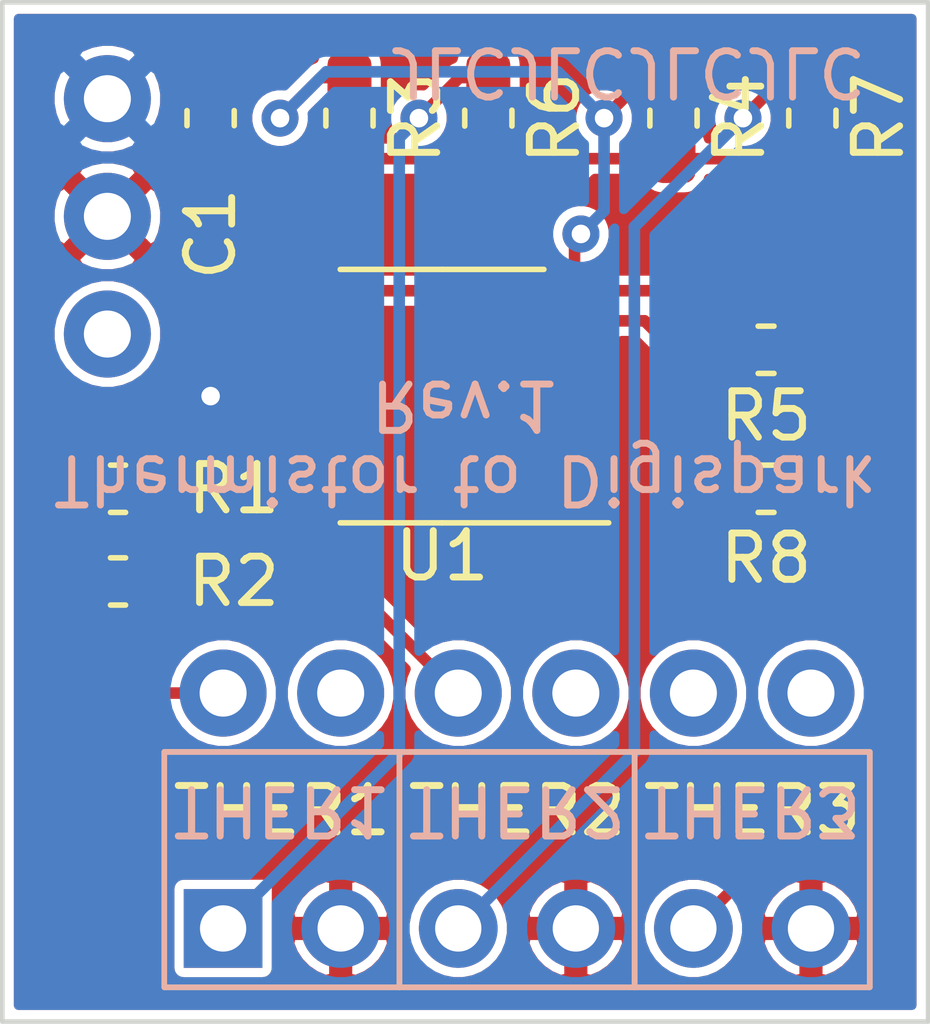
<source format=kicad_pcb>
(kicad_pcb (version 20171130) (host pcbnew 5.1.6+dfsg1-1)

  (general
    (thickness 1.6)
    (drawings 32)
    (tracks 66)
    (zones 0)
    (modules 12)
    (nets 25)
  )

  (page A4)
  (layers
    (0 F.Cu signal)
    (31 B.Cu signal)
    (33 F.Adhes user)
    (35 F.Paste user)
    (36 B.SilkS user)
    (37 F.SilkS user)
    (38 B.Mask user)
    (39 F.Mask user)
    (40 Dwgs.User user)
    (41 Cmts.User user)
    (42 Eco1.User user)
    (43 Eco2.User user)
    (44 Edge.Cuts user)
    (45 Margin user)
    (46 B.CrtYd user)
    (47 F.CrtYd user)
    (49 F.Fab user)
  )

  (setup
    (last_trace_width 0.25)
    (trace_clearance 0.2)
    (zone_clearance 0.2)
    (zone_45_only no)
    (trace_min 0.2)
    (via_size 0.8)
    (via_drill 0.4)
    (via_min_size 0.4)
    (via_min_drill 0.3)
    (uvia_size 0.3)
    (uvia_drill 0.1)
    (uvias_allowed no)
    (uvia_min_size 0.2)
    (uvia_min_drill 0.1)
    (edge_width 0.05)
    (segment_width 0.2)
    (pcb_text_width 0.3)
    (pcb_text_size 1.5 1.5)
    (mod_edge_width 0.12)
    (mod_text_size 1 1)
    (mod_text_width 0.15)
    (pad_size 1.524 1.524)
    (pad_drill 0.762)
    (pad_to_mask_clearance 0.05)
    (aux_axis_origin 0 0)
    (visible_elements FFFFFF7F)
    (pcbplotparams
      (layerselection 0x010f8_ffffffff)
      (usegerberextensions false)
      (usegerberattributes true)
      (usegerberadvancedattributes true)
      (creategerberjobfile true)
      (excludeedgelayer true)
      (linewidth 0.100000)
      (plotframeref false)
      (viasonmask false)
      (mode 1)
      (useauxorigin false)
      (hpglpennumber 1)
      (hpglpenspeed 20)
      (hpglpendiameter 15.000000)
      (psnegative false)
      (psa4output false)
      (plotreference true)
      (plotvalue true)
      (plotinvisibletext false)
      (padsonsilk false)
      (subtractmaskfromsilk false)
      (outputformat 1)
      (mirror false)
      (drillshape 0)
      (scaleselection 1)
      (outputdirectory "gerber/"))
  )

  (net 0 "")
  (net 1 GND)
  (net 2 +5V)
  (net 3 "Net-(J1-Pad5)")
  (net 4 "Net-(J1-Pad3)")
  (net 5 "Net-(J1-Pad1)")
  (net 6 "Net-(R1-Pad2)")
  (net 7 "Net-(R2-Pad2)")
  (net 8 "Net-(R3-Pad1)")
  (net 9 "Net-(U1-Pad13)")
  (net 10 "Net-(U1-Pad11)")
  (net 11 "Net-(U1-Pad6)")
  (net 12 "Net-(U1-Pad5)")
  (net 13 "Net-(U1-Pad4)")
  (net 14 "Net-(U1-Pad3)")
  (net 15 "Net-(U1-Pad2)")
  (net 16 "Net-(U1-Pad1)")
  (net 17 "Net-(U2-Pad7)")
  (net 18 "Net-(U2-Pad6)")
  (net 19 "Net-(U2-Pad5)")
  (net 20 "Net-(U2-Pad4)")
  (net 21 "Net-(U2-Pad2)")
  (net 22 "Net-(R3-Pad2)")
  (net 23 "Net-(R4-Pad2)")
  (net 24 "Net-(R5-Pad2)")

  (net_class Default "This is the default net class."
    (clearance 0.2)
    (trace_width 0.25)
    (via_dia 0.8)
    (via_drill 0.4)
    (uvia_dia 0.3)
    (uvia_drill 0.1)
    (add_net +5V)
    (add_net GND)
    (add_net "Net-(J1-Pad1)")
    (add_net "Net-(J1-Pad3)")
    (add_net "Net-(J1-Pad5)")
    (add_net "Net-(R1-Pad2)")
    (add_net "Net-(R2-Pad2)")
    (add_net "Net-(R3-Pad1)")
    (add_net "Net-(R3-Pad2)")
    (add_net "Net-(R4-Pad2)")
    (add_net "Net-(R5-Pad2)")
    (add_net "Net-(U1-Pad1)")
    (add_net "Net-(U1-Pad11)")
    (add_net "Net-(U1-Pad13)")
    (add_net "Net-(U1-Pad2)")
    (add_net "Net-(U1-Pad3)")
    (add_net "Net-(U1-Pad4)")
    (add_net "Net-(U1-Pad5)")
    (add_net "Net-(U1-Pad6)")
    (add_net "Net-(U2-Pad2)")
    (add_net "Net-(U2-Pad4)")
    (add_net "Net-(U2-Pad5)")
    (add_net "Net-(U2-Pad6)")
    (add_net "Net-(U2-Pad7)")
  )

  (module Resistor_SMD:R_0603_1608Metric_Pad1.05x0.95mm_HandSolder (layer F.Cu) (tedit 5B301BBD) (tstamp 5F5D75F3)
    (at 140 101)
    (descr "Resistor SMD 0603 (1608 Metric), square (rectangular) end terminal, IPC_7351 nominal with elongated pad for handsoldering. (Body size source: http://www.tortai-tech.com/upload/download/2011102023233369053.pdf), generated with kicad-footprint-generator")
    (tags "resistor handsolder")
    (path /5F5FF73A)
    (attr smd)
    (fp_text reference R8 (at 0 1.5) (layer F.SilkS)
      (effects (font (size 1 1) (thickness 0.15)))
    )
    (fp_text value 390 (at 0 1.43) (layer F.Fab)
      (effects (font (size 1 1) (thickness 0.15)))
    )
    (fp_text user %R (at 0 0) (layer F.Fab)
      (effects (font (size 0.4 0.4) (thickness 0.06)))
    )
    (fp_line (start -0.8 0.4) (end -0.8 -0.4) (layer F.Fab) (width 0.1))
    (fp_line (start -0.8 -0.4) (end 0.8 -0.4) (layer F.Fab) (width 0.1))
    (fp_line (start 0.8 -0.4) (end 0.8 0.4) (layer F.Fab) (width 0.1))
    (fp_line (start 0.8 0.4) (end -0.8 0.4) (layer F.Fab) (width 0.1))
    (fp_line (start -0.171267 -0.51) (end 0.171267 -0.51) (layer F.SilkS) (width 0.12))
    (fp_line (start -0.171267 0.51) (end 0.171267 0.51) (layer F.SilkS) (width 0.12))
    (fp_line (start -1.65 0.73) (end -1.65 -0.73) (layer F.CrtYd) (width 0.05))
    (fp_line (start -1.65 -0.73) (end 1.65 -0.73) (layer F.CrtYd) (width 0.05))
    (fp_line (start 1.65 -0.73) (end 1.65 0.73) (layer F.CrtYd) (width 0.05))
    (fp_line (start 1.65 0.73) (end -1.65 0.73) (layer F.CrtYd) (width 0.05))
    (pad 2 smd roundrect (at 0.875 0) (size 1.05 0.95) (layers F.Cu F.Paste F.Mask) (roundrect_rratio 0.25)
      (net 3 "Net-(J1-Pad5)"))
    (pad 1 smd roundrect (at -0.875 0) (size 1.05 0.95) (layers F.Cu F.Paste F.Mask) (roundrect_rratio 0.25)
      (net 24 "Net-(R5-Pad2)"))
    (model ${KISYS3DMOD}/Resistor_SMD.3dshapes/R_0603_1608Metric.wrl
      (at (xyz 0 0 0))
      (scale (xyz 1 1 1))
      (rotate (xyz 0 0 0))
    )
  )

  (module Resistor_SMD:R_0603_1608Metric_Pad1.05x0.95mm_HandSolder (layer F.Cu) (tedit 5B301BBD) (tstamp 5F5D6A04)
    (at 141 93 270)
    (descr "Resistor SMD 0603 (1608 Metric), square (rectangular) end terminal, IPC_7351 nominal with elongated pad for handsoldering. (Body size source: http://www.tortai-tech.com/upload/download/2011102023233369053.pdf), generated with kicad-footprint-generator")
    (tags "resistor handsolder")
    (path /5F5FF5D9)
    (attr smd)
    (fp_text reference R7 (at 0 -1.43 90) (layer F.SilkS)
      (effects (font (size 1 1) (thickness 0.15)))
    )
    (fp_text value 390 (at 0 1.43 90) (layer F.Fab)
      (effects (font (size 1 1) (thickness 0.15)))
    )
    (fp_text user %R (at 0 0 90) (layer F.Fab)
      (effects (font (size 0.4 0.4) (thickness 0.06)))
    )
    (fp_line (start -0.8 0.4) (end -0.8 -0.4) (layer F.Fab) (width 0.1))
    (fp_line (start -0.8 -0.4) (end 0.8 -0.4) (layer F.Fab) (width 0.1))
    (fp_line (start 0.8 -0.4) (end 0.8 0.4) (layer F.Fab) (width 0.1))
    (fp_line (start 0.8 0.4) (end -0.8 0.4) (layer F.Fab) (width 0.1))
    (fp_line (start -0.171267 -0.51) (end 0.171267 -0.51) (layer F.SilkS) (width 0.12))
    (fp_line (start -0.171267 0.51) (end 0.171267 0.51) (layer F.SilkS) (width 0.12))
    (fp_line (start -1.65 0.73) (end -1.65 -0.73) (layer F.CrtYd) (width 0.05))
    (fp_line (start -1.65 -0.73) (end 1.65 -0.73) (layer F.CrtYd) (width 0.05))
    (fp_line (start 1.65 -0.73) (end 1.65 0.73) (layer F.CrtYd) (width 0.05))
    (fp_line (start 1.65 0.73) (end -1.65 0.73) (layer F.CrtYd) (width 0.05))
    (pad 2 smd roundrect (at 0.875 0 270) (size 1.05 0.95) (layers F.Cu F.Paste F.Mask) (roundrect_rratio 0.25)
      (net 23 "Net-(R4-Pad2)"))
    (pad 1 smd roundrect (at -0.875 0 270) (size 1.05 0.95) (layers F.Cu F.Paste F.Mask) (roundrect_rratio 0.25)
      (net 4 "Net-(J1-Pad3)"))
    (model ${KISYS3DMOD}/Resistor_SMD.3dshapes/R_0603_1608Metric.wrl
      (at (xyz 0 0 0))
      (scale (xyz 1 1 1))
      (rotate (xyz 0 0 0))
    )
  )

  (module Resistor_SMD:R_0603_1608Metric_Pad1.05x0.95mm_HandSolder (layer F.Cu) (tedit 5B301BBD) (tstamp 5F5D69F3)
    (at 134 93 270)
    (descr "Resistor SMD 0603 (1608 Metric), square (rectangular) end terminal, IPC_7351 nominal with elongated pad for handsoldering. (Body size source: http://www.tortai-tech.com/upload/download/2011102023233369053.pdf), generated with kicad-footprint-generator")
    (tags "resistor handsolder")
    (path /5F5FEF60)
    (attr smd)
    (fp_text reference R6 (at 0 -1.43 90) (layer F.SilkS)
      (effects (font (size 1 1) (thickness 0.15)))
    )
    (fp_text value 390 (at 0 1.43 90) (layer F.Fab)
      (effects (font (size 1 1) (thickness 0.15)))
    )
    (fp_text user %R (at 0 0 90) (layer F.Fab)
      (effects (font (size 0.4 0.4) (thickness 0.06)))
    )
    (fp_line (start -0.8 0.4) (end -0.8 -0.4) (layer F.Fab) (width 0.1))
    (fp_line (start -0.8 -0.4) (end 0.8 -0.4) (layer F.Fab) (width 0.1))
    (fp_line (start 0.8 -0.4) (end 0.8 0.4) (layer F.Fab) (width 0.1))
    (fp_line (start 0.8 0.4) (end -0.8 0.4) (layer F.Fab) (width 0.1))
    (fp_line (start -0.171267 -0.51) (end 0.171267 -0.51) (layer F.SilkS) (width 0.12))
    (fp_line (start -0.171267 0.51) (end 0.171267 0.51) (layer F.SilkS) (width 0.12))
    (fp_line (start -1.65 0.73) (end -1.65 -0.73) (layer F.CrtYd) (width 0.05))
    (fp_line (start -1.65 -0.73) (end 1.65 -0.73) (layer F.CrtYd) (width 0.05))
    (fp_line (start 1.65 -0.73) (end 1.65 0.73) (layer F.CrtYd) (width 0.05))
    (fp_line (start 1.65 0.73) (end -1.65 0.73) (layer F.CrtYd) (width 0.05))
    (pad 2 smd roundrect (at 0.875 0 270) (size 1.05 0.95) (layers F.Cu F.Paste F.Mask) (roundrect_rratio 0.25)
      (net 22 "Net-(R3-Pad2)"))
    (pad 1 smd roundrect (at -0.875 0 270) (size 1.05 0.95) (layers F.Cu F.Paste F.Mask) (roundrect_rratio 0.25)
      (net 5 "Net-(J1-Pad1)"))
    (model ${KISYS3DMOD}/Resistor_SMD.3dshapes/R_0603_1608Metric.wrl
      (at (xyz 0 0 0))
      (scale (xyz 1 1 1))
      (rotate (xyz 0 0 0))
    )
  )

  (module Connector_PinHeader_2.54mm:PinHeader_1x06_P2.54mm_Vertical (layer F.Cu) (tedit 5F5D264C) (tstamp 5F5D473A)
    (at 128.27 110.49 90)
    (descr "Through hole straight pin header, 1x06, 2.54mm pitch, single row")
    (tags "Through hole pin header THT 1x06 2.54mm single row")
    (path /5F5D5E0E)
    (fp_text reference J1 (at 0 -2.33 90) (layer F.SilkS) hide
      (effects (font (size 1 1) (thickness 0.15)))
    )
    (fp_text value Conn_01x06 (at 0 15.03 90) (layer F.Fab) hide
      (effects (font (size 1 1) (thickness 0.15)))
    )
    (fp_text user %R (at 0 6.35 180) (layer F.Fab) hide
      (effects (font (size 1 1) (thickness 0.15)))
    )
    (fp_line (start -0.635 -1.27) (end 1.27 -1.27) (layer F.Fab) (width 0.1))
    (fp_line (start 1.27 -1.27) (end 1.27 13.97) (layer F.Fab) (width 0.1))
    (fp_line (start 1.27 13.97) (end -1.27 13.97) (layer F.Fab) (width 0.1))
    (fp_line (start -1.27 13.97) (end -1.27 -0.635) (layer F.Fab) (width 0.1))
    (fp_line (start -1.27 -0.635) (end -0.635 -1.27) (layer F.Fab) (width 0.1))
    (fp_line (start -1.8 -1.8) (end -1.8 14.5) (layer F.CrtYd) (width 0.05))
    (fp_line (start -1.8 14.5) (end 1.8 14.5) (layer F.CrtYd) (width 0.05))
    (fp_line (start 1.8 14.5) (end 1.8 -1.8) (layer F.CrtYd) (width 0.05))
    (fp_line (start 1.8 -1.8) (end -1.8 -1.8) (layer F.CrtYd) (width 0.05))
    (pad 6 thru_hole oval (at 0 12.7 90) (size 1.7 1.7) (drill 1) (layers *.Cu *.Mask)
      (net 1 GND))
    (pad 5 thru_hole oval (at 0 10.16 90) (size 1.7 1.7) (drill 1) (layers *.Cu *.Mask)
      (net 3 "Net-(J1-Pad5)"))
    (pad 4 thru_hole oval (at 0 7.62 90) (size 1.7 1.7) (drill 1) (layers *.Cu *.Mask)
      (net 1 GND))
    (pad 3 thru_hole oval (at 0 5.08 90) (size 1.7 1.7) (drill 1) (layers *.Cu *.Mask)
      (net 4 "Net-(J1-Pad3)"))
    (pad 2 thru_hole oval (at 0 2.54 90) (size 1.7 1.7) (drill 1) (layers *.Cu *.Mask)
      (net 1 GND))
    (pad 1 thru_hole rect (at 0 0 90) (size 1.7 1.7) (drill 1) (layers *.Cu *.Mask)
      (net 5 "Net-(J1-Pad1)"))
    (model ${KISYS3DMOD}/Connector_PinHeader_2.54mm.3dshapes/PinHeader_1x06_P2.54mm_Vertical.wrl
      (at (xyz 0 0 0))
      (scale (xyz 1 1 1))
      (rotate (xyz 0 0 0))
    )
  )

  (module Local_Footprints:digispark (layer F.Cu) (tedit 5F5D260F) (tstamp 5F5D6FF5)
    (at 134.62 105.41)
    (path /5F5CDE56)
    (fp_text reference U2 (at 0.72 -1.93) (layer F.SilkS) hide
      (effects (font (size 1 1) (thickness 0.15)))
    )
    (fp_text value Digispark (at -0.24 -2.82) (layer F.Fab) hide
      (effects (font (size 1 1) (thickness 0.15)))
    )
    (pad 9 thru_hole circle (at -8.85 -12.83) (size 1.8796 1.8796) (drill 1.016) (layers *.Cu *.Mask)
      (net 2 +5V))
    (pad 8 thru_hole circle (at -8.85 -10.29) (size 1.8796 1.8796) (drill 1.016) (layers *.Cu *.Mask)
      (net 1 GND))
    (pad 7 thru_hole circle (at -8.85 -7.75) (size 1.8796 1.8796) (drill 1.016) (layers *.Cu *.Mask)
      (net 17 "Net-(U2-Pad7)"))
    (pad 6 thru_hole circle (at 6.35 0) (size 1.8796 1.8796) (drill 1.016) (layers *.Cu *.Mask)
      (net 18 "Net-(U2-Pad6)"))
    (pad 5 thru_hole circle (at 3.81 0) (size 1.8796 1.8796) (drill 1.016) (layers *.Cu *.Mask)
      (net 19 "Net-(U2-Pad5)"))
    (pad 4 thru_hole circle (at 1.27 0) (size 1.8796 1.8796) (drill 1.016) (layers *.Cu *.Mask)
      (net 20 "Net-(U2-Pad4)"))
    (pad 3 thru_hole circle (at -1.27 0) (size 1.8796 1.8796) (drill 1.016) (layers *.Cu *.Mask)
      (net 7 "Net-(R2-Pad2)"))
    (pad 2 thru_hole circle (at -3.81 0) (size 1.8796 1.8796) (drill 1.016) (layers *.Cu *.Mask)
      (net 21 "Net-(U2-Pad2)"))
    (pad 1 thru_hole circle (at -6.35 0) (size 1.8796 1.8796) (drill 1.016) (layers *.Cu *.Mask)
      (net 6 "Net-(R1-Pad2)"))
  )

  (module Resistor_SMD:R_0603_1608Metric (layer F.Cu) (tedit 5B301BBD) (tstamp 5F5D6392)
    (at 126 103)
    (descr "Resistor SMD 0603 (1608 Metric), square (rectangular) end terminal, IPC_7351 nominal, (Body size source: http://www.tortai-tech.com/upload/download/2011102023233369053.pdf), generated with kicad-footprint-generator")
    (tags resistor)
    (path /5F5E6BC6)
    (attr smd)
    (fp_text reference R2 (at 2.5 0) (layer F.SilkS)
      (effects (font (size 1 1) (thickness 0.15)))
    )
    (fp_text value 10k (at 0 1.43) (layer F.Fab)
      (effects (font (size 1 1) (thickness 0.15)))
    )
    (fp_text user %R (at 0 0) (layer F.Fab)
      (effects (font (size 0.4 0.4) (thickness 0.06)))
    )
    (fp_line (start -0.8 0.4) (end -0.8 -0.4) (layer F.Fab) (width 0.1))
    (fp_line (start -0.8 -0.4) (end 0.8 -0.4) (layer F.Fab) (width 0.1))
    (fp_line (start 0.8 -0.4) (end 0.8 0.4) (layer F.Fab) (width 0.1))
    (fp_line (start 0.8 0.4) (end -0.8 0.4) (layer F.Fab) (width 0.1))
    (fp_line (start -0.162779 -0.51) (end 0.162779 -0.51) (layer F.SilkS) (width 0.12))
    (fp_line (start -0.162779 0.51) (end 0.162779 0.51) (layer F.SilkS) (width 0.12))
    (fp_line (start -1.48 0.73) (end -1.48 -0.73) (layer F.CrtYd) (width 0.05))
    (fp_line (start -1.48 -0.73) (end 1.48 -0.73) (layer F.CrtYd) (width 0.05))
    (fp_line (start 1.48 -0.73) (end 1.48 0.73) (layer F.CrtYd) (width 0.05))
    (fp_line (start 1.48 0.73) (end -1.48 0.73) (layer F.CrtYd) (width 0.05))
    (pad 2 smd roundrect (at 0.7875 0) (size 0.875 0.95) (layers F.Cu F.Paste F.Mask) (roundrect_rratio 0.25)
      (net 7 "Net-(R2-Pad2)"))
    (pad 1 smd roundrect (at -0.7875 0) (size 0.875 0.95) (layers F.Cu F.Paste F.Mask) (roundrect_rratio 0.25)
      (net 2 +5V))
    (model ${KISYS3DMOD}/Resistor_SMD.3dshapes/R_0603_1608Metric.wrl
      (at (xyz 0 0 0))
      (scale (xyz 1 1 1))
      (rotate (xyz 0 0 0))
    )
  )

  (module Resistor_SMD:R_0603_1608Metric (layer F.Cu) (tedit 5B301BBD) (tstamp 5F5D63E7)
    (at 126 101)
    (descr "Resistor SMD 0603 (1608 Metric), square (rectangular) end terminal, IPC_7351 nominal, (Body size source: http://www.tortai-tech.com/upload/download/2011102023233369053.pdf), generated with kicad-footprint-generator")
    (tags resistor)
    (path /5F5E63D5)
    (attr smd)
    (fp_text reference R1 (at 2.5 0) (layer F.SilkS)
      (effects (font (size 1 1) (thickness 0.15)))
    )
    (fp_text value 10k (at 0 1.43) (layer F.Fab)
      (effects (font (size 1 1) (thickness 0.15)))
    )
    (fp_text user %R (at 0 0) (layer F.Fab)
      (effects (font (size 0.4 0.4) (thickness 0.06)))
    )
    (fp_line (start -0.8 0.4) (end -0.8 -0.4) (layer F.Fab) (width 0.1))
    (fp_line (start -0.8 -0.4) (end 0.8 -0.4) (layer F.Fab) (width 0.1))
    (fp_line (start 0.8 -0.4) (end 0.8 0.4) (layer F.Fab) (width 0.1))
    (fp_line (start 0.8 0.4) (end -0.8 0.4) (layer F.Fab) (width 0.1))
    (fp_line (start -0.162779 -0.51) (end 0.162779 -0.51) (layer F.SilkS) (width 0.12))
    (fp_line (start -0.162779 0.51) (end 0.162779 0.51) (layer F.SilkS) (width 0.12))
    (fp_line (start -1.48 0.73) (end -1.48 -0.73) (layer F.CrtYd) (width 0.05))
    (fp_line (start -1.48 -0.73) (end 1.48 -0.73) (layer F.CrtYd) (width 0.05))
    (fp_line (start 1.48 -0.73) (end 1.48 0.73) (layer F.CrtYd) (width 0.05))
    (fp_line (start 1.48 0.73) (end -1.48 0.73) (layer F.CrtYd) (width 0.05))
    (pad 2 smd roundrect (at 0.7875 0) (size 0.875 0.95) (layers F.Cu F.Paste F.Mask) (roundrect_rratio 0.25)
      (net 6 "Net-(R1-Pad2)"))
    (pad 1 smd roundrect (at -0.7875 0) (size 0.875 0.95) (layers F.Cu F.Paste F.Mask) (roundrect_rratio 0.25)
      (net 2 +5V))
    (model ${KISYS3DMOD}/Resistor_SMD.3dshapes/R_0603_1608Metric.wrl
      (at (xyz 0 0 0))
      (scale (xyz 1 1 1))
      (rotate (xyz 0 0 0))
    )
  )

  (module Resistor_SMD:R_0603_1608Metric_Pad1.05x0.95mm_HandSolder (layer F.Cu) (tedit 5B301BBD) (tstamp 5F5D4F59)
    (at 140 98 180)
    (descr "Resistor SMD 0603 (1608 Metric), square (rectangular) end terminal, IPC_7351 nominal with elongated pad for handsoldering. (Body size source: http://www.tortai-tech.com/upload/download/2011102023233369053.pdf), generated with kicad-footprint-generator")
    (tags "resistor handsolder")
    (path /5F5D9492)
    (attr smd)
    (fp_text reference R5 (at 0 -1.43) (layer F.SilkS)
      (effects (font (size 1 1) (thickness 0.15)))
    )
    (fp_text value 1.5k (at 0 1.43) (layer F.Fab)
      (effects (font (size 1 1) (thickness 0.15)))
    )
    (fp_text user %R (at 0 0) (layer F.Fab)
      (effects (font (size 0.4 0.4) (thickness 0.06)))
    )
    (fp_line (start -0.8 0.4) (end -0.8 -0.4) (layer F.Fab) (width 0.1))
    (fp_line (start -0.8 -0.4) (end 0.8 -0.4) (layer F.Fab) (width 0.1))
    (fp_line (start 0.8 -0.4) (end 0.8 0.4) (layer F.Fab) (width 0.1))
    (fp_line (start 0.8 0.4) (end -0.8 0.4) (layer F.Fab) (width 0.1))
    (fp_line (start -0.171267 -0.51) (end 0.171267 -0.51) (layer F.SilkS) (width 0.12))
    (fp_line (start -0.171267 0.51) (end 0.171267 0.51) (layer F.SilkS) (width 0.12))
    (fp_line (start -1.65 0.73) (end -1.65 -0.73) (layer F.CrtYd) (width 0.05))
    (fp_line (start -1.65 -0.73) (end 1.65 -0.73) (layer F.CrtYd) (width 0.05))
    (fp_line (start 1.65 -0.73) (end 1.65 0.73) (layer F.CrtYd) (width 0.05))
    (fp_line (start 1.65 0.73) (end -1.65 0.73) (layer F.CrtYd) (width 0.05))
    (pad 2 smd roundrect (at 0.875 0 180) (size 1.05 0.95) (layers F.Cu F.Paste F.Mask) (roundrect_rratio 0.25)
      (net 24 "Net-(R5-Pad2)"))
    (pad 1 smd roundrect (at -0.875 0 180) (size 1.05 0.95) (layers F.Cu F.Paste F.Mask) (roundrect_rratio 0.25)
      (net 8 "Net-(R3-Pad1)"))
    (model ${KISYS3DMOD}/Resistor_SMD.3dshapes/R_0603_1608Metric.wrl
      (at (xyz 0 0 0))
      (scale (xyz 1 1 1))
      (rotate (xyz 0 0 0))
    )
  )

  (module Resistor_SMD:R_0603_1608Metric_Pad1.05x0.95mm_HandSolder (layer F.Cu) (tedit 5B301BBD) (tstamp 5F5D55AC)
    (at 138 93 270)
    (descr "Resistor SMD 0603 (1608 Metric), square (rectangular) end terminal, IPC_7351 nominal with elongated pad for handsoldering. (Body size source: http://www.tortai-tech.com/upload/download/2011102023233369053.pdf), generated with kicad-footprint-generator")
    (tags "resistor handsolder")
    (path /5F5D901C)
    (attr smd)
    (fp_text reference R4 (at 0 -1.43 90) (layer F.SilkS)
      (effects (font (size 1 1) (thickness 0.15)))
    )
    (fp_text value 1.5k (at 0 1.43 90) (layer F.Fab)
      (effects (font (size 1 1) (thickness 0.15)))
    )
    (fp_text user %R (at 0 0 90) (layer F.Fab)
      (effects (font (size 0.4 0.4) (thickness 0.06)))
    )
    (fp_line (start -0.8 0.4) (end -0.8 -0.4) (layer F.Fab) (width 0.1))
    (fp_line (start -0.8 -0.4) (end 0.8 -0.4) (layer F.Fab) (width 0.1))
    (fp_line (start 0.8 -0.4) (end 0.8 0.4) (layer F.Fab) (width 0.1))
    (fp_line (start 0.8 0.4) (end -0.8 0.4) (layer F.Fab) (width 0.1))
    (fp_line (start -0.171267 -0.51) (end 0.171267 -0.51) (layer F.SilkS) (width 0.12))
    (fp_line (start -0.171267 0.51) (end 0.171267 0.51) (layer F.SilkS) (width 0.12))
    (fp_line (start -1.65 0.73) (end -1.65 -0.73) (layer F.CrtYd) (width 0.05))
    (fp_line (start -1.65 -0.73) (end 1.65 -0.73) (layer F.CrtYd) (width 0.05))
    (fp_line (start 1.65 -0.73) (end 1.65 0.73) (layer F.CrtYd) (width 0.05))
    (fp_line (start 1.65 0.73) (end -1.65 0.73) (layer F.CrtYd) (width 0.05))
    (pad 2 smd roundrect (at 0.875 0 270) (size 1.05 0.95) (layers F.Cu F.Paste F.Mask) (roundrect_rratio 0.25)
      (net 23 "Net-(R4-Pad2)"))
    (pad 1 smd roundrect (at -0.875 0 270) (size 1.05 0.95) (layers F.Cu F.Paste F.Mask) (roundrect_rratio 0.25)
      (net 8 "Net-(R3-Pad1)"))
    (model ${KISYS3DMOD}/Resistor_SMD.3dshapes/R_0603_1608Metric.wrl
      (at (xyz 0 0 0))
      (scale (xyz 1 1 1))
      (rotate (xyz 0 0 0))
    )
  )

  (module Resistor_SMD:R_0603_1608Metric_Pad1.05x0.95mm_HandSolder (layer F.Cu) (tedit 5B301BBD) (tstamp 5F5D6D4F)
    (at 131 93 270)
    (descr "Resistor SMD 0603 (1608 Metric), square (rectangular) end terminal, IPC_7351 nominal with elongated pad for handsoldering. (Body size source: http://www.tortai-tech.com/upload/download/2011102023233369053.pdf), generated with kicad-footprint-generator")
    (tags "resistor handsolder")
    (path /5F5D9671)
    (attr smd)
    (fp_text reference R3 (at 0 -1.43 90) (layer F.SilkS)
      (effects (font (size 1 1) (thickness 0.15)))
    )
    (fp_text value 1.5k (at 0 1.43 90) (layer F.Fab)
      (effects (font (size 1 1) (thickness 0.15)))
    )
    (fp_text user %R (at 0 0 90) (layer F.Fab)
      (effects (font (size 0.4 0.4) (thickness 0.06)))
    )
    (fp_line (start -0.8 0.4) (end -0.8 -0.4) (layer F.Fab) (width 0.1))
    (fp_line (start -0.8 -0.4) (end 0.8 -0.4) (layer F.Fab) (width 0.1))
    (fp_line (start 0.8 -0.4) (end 0.8 0.4) (layer F.Fab) (width 0.1))
    (fp_line (start 0.8 0.4) (end -0.8 0.4) (layer F.Fab) (width 0.1))
    (fp_line (start -0.171267 -0.51) (end 0.171267 -0.51) (layer F.SilkS) (width 0.12))
    (fp_line (start -0.171267 0.51) (end 0.171267 0.51) (layer F.SilkS) (width 0.12))
    (fp_line (start -1.65 0.73) (end -1.65 -0.73) (layer F.CrtYd) (width 0.05))
    (fp_line (start -1.65 -0.73) (end 1.65 -0.73) (layer F.CrtYd) (width 0.05))
    (fp_line (start 1.65 -0.73) (end 1.65 0.73) (layer F.CrtYd) (width 0.05))
    (fp_line (start 1.65 0.73) (end -1.65 0.73) (layer F.CrtYd) (width 0.05))
    (pad 2 smd roundrect (at 0.875 0 270) (size 1.05 0.95) (layers F.Cu F.Paste F.Mask) (roundrect_rratio 0.25)
      (net 22 "Net-(R3-Pad2)"))
    (pad 1 smd roundrect (at -0.875 0 270) (size 1.05 0.95) (layers F.Cu F.Paste F.Mask) (roundrect_rratio 0.25)
      (net 8 "Net-(R3-Pad1)"))
    (model ${KISYS3DMOD}/Resistor_SMD.3dshapes/R_0603_1608Metric.wrl
      (at (xyz 0 0 0))
      (scale (xyz 1 1 1))
      (rotate (xyz 0 0 0))
    )
  )

  (module Capacitor_SMD:C_0603_1608Metric (layer F.Cu) (tedit 5B301BBE) (tstamp 5F5D6B11)
    (at 128 93 90)
    (descr "Capacitor SMD 0603 (1608 Metric), square (rectangular) end terminal, IPC_7351 nominal, (Body size source: http://www.tortai-tech.com/upload/download/2011102023233369053.pdf), generated with kicad-footprint-generator")
    (tags capacitor)
    (path /5F5D3A6F)
    (attr smd)
    (fp_text reference C1 (at -2.5 0 90) (layer F.SilkS)
      (effects (font (size 1 1) (thickness 0.15)))
    )
    (fp_text value 100nF (at 0 1.43 90) (layer F.Fab)
      (effects (font (size 1 1) (thickness 0.15)))
    )
    (fp_text user %R (at 0 0 90) (layer F.Fab)
      (effects (font (size 0.4 0.4) (thickness 0.06)))
    )
    (fp_line (start -0.8 0.4) (end -0.8 -0.4) (layer F.Fab) (width 0.1))
    (fp_line (start -0.8 -0.4) (end 0.8 -0.4) (layer F.Fab) (width 0.1))
    (fp_line (start 0.8 -0.4) (end 0.8 0.4) (layer F.Fab) (width 0.1))
    (fp_line (start 0.8 0.4) (end -0.8 0.4) (layer F.Fab) (width 0.1))
    (fp_line (start -0.162779 -0.51) (end 0.162779 -0.51) (layer F.SilkS) (width 0.12))
    (fp_line (start -0.162779 0.51) (end 0.162779 0.51) (layer F.SilkS) (width 0.12))
    (fp_line (start -1.48 0.73) (end -1.48 -0.73) (layer F.CrtYd) (width 0.05))
    (fp_line (start -1.48 -0.73) (end 1.48 -0.73) (layer F.CrtYd) (width 0.05))
    (fp_line (start 1.48 -0.73) (end 1.48 0.73) (layer F.CrtYd) (width 0.05))
    (fp_line (start 1.48 0.73) (end -1.48 0.73) (layer F.CrtYd) (width 0.05))
    (pad 2 smd roundrect (at 0.7875 0 90) (size 0.875 0.95) (layers F.Cu F.Paste F.Mask) (roundrect_rratio 0.25)
      (net 1 GND))
    (pad 1 smd roundrect (at -0.7875 0 90) (size 0.875 0.95) (layers F.Cu F.Paste F.Mask) (roundrect_rratio 0.25)
      (net 2 +5V))
    (model ${KISYS3DMOD}/Capacitor_SMD.3dshapes/C_0603_1608Metric.wrl
      (at (xyz 0 0 0))
      (scale (xyz 1 1 1))
      (rotate (xyz 0 0 0))
    )
  )

  (module Package_SO:TSSOP-16_4.4x5mm_P0.65mm (layer F.Cu) (tedit 5E476F32) (tstamp 5F5D722F)
    (at 133 99 180)
    (descr "TSSOP, 16 Pin (JEDEC MO-153 Var AB https://www.jedec.org/document_search?search_api_views_fulltext=MO-153), generated with kicad-footprint-generator ipc_gullwing_generator.py")
    (tags "TSSOP SO")
    (path /5F5D09AA)
    (attr smd)
    (fp_text reference U1 (at 0 -3.45) (layer F.SilkS)
      (effects (font (size 1 1) (thickness 0.15)))
    )
    (fp_text value MAX6698 (at 0 3.45) (layer F.Fab)
      (effects (font (size 1 1) (thickness 0.15)))
    )
    (fp_text user %R (at 0 0) (layer F.Fab)
      (effects (font (size 1 1) (thickness 0.15)))
    )
    (fp_line (start 0 2.735) (end 2.2 2.735) (layer F.SilkS) (width 0.12))
    (fp_line (start 0 2.735) (end -2.2 2.735) (layer F.SilkS) (width 0.12))
    (fp_line (start 0 -2.735) (end 2.2 -2.735) (layer F.SilkS) (width 0.12))
    (fp_line (start 0 -2.735) (end -3.6 -2.735) (layer F.SilkS) (width 0.12))
    (fp_line (start -1.2 -2.5) (end 2.2 -2.5) (layer F.Fab) (width 0.1))
    (fp_line (start 2.2 -2.5) (end 2.2 2.5) (layer F.Fab) (width 0.1))
    (fp_line (start 2.2 2.5) (end -2.2 2.5) (layer F.Fab) (width 0.1))
    (fp_line (start -2.2 2.5) (end -2.2 -1.5) (layer F.Fab) (width 0.1))
    (fp_line (start -2.2 -1.5) (end -1.2 -2.5) (layer F.Fab) (width 0.1))
    (fp_line (start -3.85 -2.75) (end -3.85 2.75) (layer F.CrtYd) (width 0.05))
    (fp_line (start -3.85 2.75) (end 3.85 2.75) (layer F.CrtYd) (width 0.05))
    (fp_line (start 3.85 2.75) (end 3.85 -2.75) (layer F.CrtYd) (width 0.05))
    (fp_line (start 3.85 -2.75) (end -3.85 -2.75) (layer F.CrtYd) (width 0.05))
    (pad 16 smd roundrect (at 2.8625 -2.275 180) (size 1.475 0.4) (layers F.Cu F.Paste F.Mask) (roundrect_rratio 0.25)
      (net 1 GND))
    (pad 15 smd roundrect (at 2.8625 -1.625 180) (size 1.475 0.4) (layers F.Cu F.Paste F.Mask) (roundrect_rratio 0.25)
      (net 7 "Net-(R2-Pad2)"))
    (pad 14 smd roundrect (at 2.8625 -0.975 180) (size 1.475 0.4) (layers F.Cu F.Paste F.Mask) (roundrect_rratio 0.25)
      (net 6 "Net-(R1-Pad2)"))
    (pad 13 smd roundrect (at 2.8625 -0.325 180) (size 1.475 0.4) (layers F.Cu F.Paste F.Mask) (roundrect_rratio 0.25)
      (net 9 "Net-(U1-Pad13)"))
    (pad 12 smd roundrect (at 2.8625 0.325 180) (size 1.475 0.4) (layers F.Cu F.Paste F.Mask) (roundrect_rratio 0.25)
      (net 2 +5V))
    (pad 11 smd roundrect (at 2.8625 0.975 180) (size 1.475 0.4) (layers F.Cu F.Paste F.Mask) (roundrect_rratio 0.25)
      (net 10 "Net-(U1-Pad11)"))
    (pad 10 smd roundrect (at 2.8625 1.625 180) (size 1.475 0.4) (layers F.Cu F.Paste F.Mask) (roundrect_rratio 0.25)
      (net 22 "Net-(R3-Pad2)"))
    (pad 9 smd roundrect (at 2.8625 2.275 180) (size 1.475 0.4) (layers F.Cu F.Paste F.Mask) (roundrect_rratio 0.25)
      (net 23 "Net-(R4-Pad2)"))
    (pad 8 smd roundrect (at -2.8625 2.275 180) (size 1.475 0.4) (layers F.Cu F.Paste F.Mask) (roundrect_rratio 0.25)
      (net 8 "Net-(R3-Pad1)"))
    (pad 7 smd roundrect (at -2.8625 1.625 180) (size 1.475 0.4) (layers F.Cu F.Paste F.Mask) (roundrect_rratio 0.25)
      (net 24 "Net-(R5-Pad2)"))
    (pad 6 smd roundrect (at -2.8625 0.975 180) (size 1.475 0.4) (layers F.Cu F.Paste F.Mask) (roundrect_rratio 0.25)
      (net 11 "Net-(U1-Pad6)"))
    (pad 5 smd roundrect (at -2.8625 0.325 180) (size 1.475 0.4) (layers F.Cu F.Paste F.Mask) (roundrect_rratio 0.25)
      (net 12 "Net-(U1-Pad5)"))
    (pad 4 smd roundrect (at -2.8625 -0.325 180) (size 1.475 0.4) (layers F.Cu F.Paste F.Mask) (roundrect_rratio 0.25)
      (net 13 "Net-(U1-Pad4)"))
    (pad 3 smd roundrect (at -2.8625 -0.975 180) (size 1.475 0.4) (layers F.Cu F.Paste F.Mask) (roundrect_rratio 0.25)
      (net 14 "Net-(U1-Pad3)"))
    (pad 2 smd roundrect (at -2.8625 -1.625 180) (size 1.475 0.4) (layers F.Cu F.Paste F.Mask) (roundrect_rratio 0.25)
      (net 15 "Net-(U1-Pad2)"))
    (pad 1 smd roundrect (at -2.8625 -2.275 180) (size 1.475 0.4) (layers F.Cu F.Paste F.Mask) (roundrect_rratio 0.25)
      (net 16 "Net-(U1-Pad1)"))
    (model ${KISYS3DMOD}/Package_SO.3dshapes/TSSOP-16_4.4x5mm_P0.65mm.wrl
      (at (xyz 0 0 0))
      (scale (xyz 1 1 1))
      (rotate (xyz 0 0 0))
    )
  )

  (gr_text "Thermistor to Digispark\nRev.1" (at 133.5 100 180) (layer B.SilkS)
    (effects (font (size 1 1) (thickness 0.15)) (justify mirror))
  )
  (gr_line (start 143.5 90.5) (end 143.5 112.5) (layer Edge.Cuts) (width 0.1))
  (gr_line (start 123.5 90.5) (end 143.5 90.5) (layer Edge.Cuts) (width 0.1))
  (gr_line (start 123.5 112.5) (end 123.5 90.5) (layer Edge.Cuts) (width 0.1))
  (gr_line (start 143.5 112.5) (end 123.5 112.5) (layer Edge.Cuts) (width 0.1))
  (gr_text JLCJLCJLCJLC (at 137 92 180) (layer B.SilkS) (tstamp 5F5D67A9)
    (effects (font (size 1 1) (thickness 0.15)) (justify mirror))
  )
  (gr_line (start 142.24 111.76) (end 137.16 111.76) (layer F.SilkS) (width 0.12) (tstamp 5F5D670D))
  (gr_line (start 142.24 106.68) (end 142.24 111.76) (layer F.SilkS) (width 0.12))
  (gr_line (start 137.16 106.68) (end 142.24 106.68) (layer F.SilkS) (width 0.12))
  (gr_line (start 137.16 111.76) (end 132.08 111.76) (layer F.SilkS) (width 0.12) (tstamp 5F5D670C))
  (gr_line (start 137.16 106.68) (end 137.16 111.76) (layer F.SilkS) (width 0.12))
  (gr_line (start 132.08 106.68) (end 137.16 106.68) (layer F.SilkS) (width 0.12))
  (gr_line (start 127 111.76) (end 127 106.68) (layer F.SilkS) (width 0.12) (tstamp 5F5D670B))
  (gr_line (start 132.08 111.76) (end 127 111.76) (layer F.SilkS) (width 0.12))
  (gr_line (start 132.08 106.68) (end 132.08 111.76) (layer F.SilkS) (width 0.12))
  (gr_line (start 127 106.68) (end 132.08 106.68) (layer F.SilkS) (width 0.12))
  (gr_text THER3 (at 139.7 107.95) (layer F.SilkS)
    (effects (font (size 1 1) (thickness 0.15)))
  )
  (gr_text THER2 (at 134.62 107.95) (layer F.SilkS)
    (effects (font (size 1 1) (thickness 0.15)))
  )
  (gr_text THER1 (at 129.54 107.95) (layer F.SilkS)
    (effects (font (size 1 1) (thickness 0.15)))
  )
  (gr_line (start 142.24 106.68) (end 137.16 106.68) (layer B.SilkS) (width 0.12) (tstamp 5F5D645F))
  (gr_line (start 142.24 111.76) (end 142.24 106.68) (layer B.SilkS) (width 0.12))
  (gr_line (start 137.16 111.76) (end 142.24 111.76) (layer B.SilkS) (width 0.12))
  (gr_line (start 137.16 106.68) (end 132.08 106.68) (layer B.SilkS) (width 0.12) (tstamp 5F5D645E))
  (gr_line (start 137.16 111.76) (end 137.16 106.68) (layer B.SilkS) (width 0.12))
  (gr_line (start 132.08 111.76) (end 137.16 111.76) (layer B.SilkS) (width 0.12))
  (gr_line (start 132.08 111.76) (end 132.08 106.68) (layer B.SilkS) (width 0.12) (tstamp 5F5D645D))
  (gr_line (start 127 111.76) (end 132.08 111.76) (layer B.SilkS) (width 0.12))
  (gr_line (start 127 106.68) (end 127 111.76) (layer B.SilkS) (width 0.12))
  (gr_line (start 132.08 106.68) (end 127 106.68) (layer B.SilkS) (width 0.12))
  (gr_text THER3 (at 139.7 107.95 180) (layer B.SilkS)
    (effects (font (size 1 1) (thickness 0.15)) (justify mirror))
  )
  (gr_text THER2 (at 134.62 107.95 180) (layer B.SilkS)
    (effects (font (size 1 1) (thickness 0.15)) (justify mirror))
  )
  (gr_text THER1 (at 129.54 107.95 180) (layer B.SilkS)
    (effects (font (size 1 1) (thickness 0.15)) (justify mirror))
  )

  (segment (start 125.2125 101) (end 125.2125 103) (width 0.25) (layer F.Cu) (net 2))
  (via (at 128 99) (size 0.8) (drill 0.4) (layers F.Cu B.Cu) (net 2))
  (segment (start 127.2125 99) (end 128 99) (width 0.25) (layer F.Cu) (net 2))
  (segment (start 125.2125 101) (end 127.2125 99) (width 0.25) (layer F.Cu) (net 2))
  (segment (start 130.1375 98.675) (end 129.325 98.675) (width 0.25) (layer F.Cu) (net 2))
  (segment (start 129 99) (end 128 99) (width 0.25) (layer F.Cu) (net 2))
  (segment (start 129.325 98.675) (end 129 99) (width 0.25) (layer F.Cu) (net 2))
  (segment (start 126.9775 93.7875) (end 128 93.7875) (width 0.25) (layer F.Cu) (net 2))
  (segment (start 125.77 92.58) (end 126.9775 93.7875) (width 0.25) (layer F.Cu) (net 2))
  (segment (start 139.694801 102.180199) (end 139.694801 109.225199) (width 0.25) (layer F.Cu) (net 3))
  (segment (start 139.694801 109.225199) (end 138.43 110.49) (width 0.25) (layer F.Cu) (net 3))
  (segment (start 140.875 101) (end 139.694801 102.180199) (width 0.25) (layer F.Cu) (net 3))
  (via (at 139.5 93) (size 0.8) (drill 0.4) (layers F.Cu B.Cu) (net 4))
  (segment (start 140.375 92.125) (end 139.5 93) (width 0.25) (layer F.Cu) (net 4))
  (segment (start 141 92.125) (end 140.375 92.125) (width 0.25) (layer F.Cu) (net 4))
  (segment (start 137.154801 106.685199) (end 133.35 110.49) (width 0.25) (layer B.Cu) (net 4))
  (segment (start 137.154801 95.345199) (end 137.154801 106.685199) (width 0.25) (layer B.Cu) (net 4))
  (segment (start 139.5 93) (end 137.154801 95.345199) (width 0.25) (layer B.Cu) (net 4))
  (via (at 132.5 93) (size 0.8) (drill 0.4) (layers F.Cu B.Cu) (net 5))
  (segment (start 133.375 92.125) (end 132.5 93) (width 0.25) (layer F.Cu) (net 5))
  (segment (start 134 92.125) (end 133.375 92.125) (width 0.25) (layer F.Cu) (net 5))
  (segment (start 132.074801 106.685199) (end 128.27 110.49) (width 0.25) (layer B.Cu) (net 5))
  (segment (start 132.074801 93.425199) (end 132.074801 106.685199) (width 0.25) (layer B.Cu) (net 5))
  (segment (start 132.5 93) (end 132.074801 93.425199) (width 0.25) (layer B.Cu) (net 5))
  (segment (start 127.8125 99.975) (end 130.1375 99.975) (width 0.25) (layer F.Cu) (net 6))
  (segment (start 126.7875 101) (end 127.8125 99.975) (width 0.25) (layer F.Cu) (net 6))
  (segment (start 126.7875 101) (end 126 101.7875) (width 0.25) (layer F.Cu) (net 6))
  (segment (start 126.940923 105.41) (end 128.27 105.41) (width 0.25) (layer F.Cu) (net 6))
  (segment (start 126 104.469077) (end 126.940923 105.41) (width 0.25) (layer F.Cu) (net 6))
  (segment (start 126 101.7875) (end 126 104.469077) (width 0.25) (layer F.Cu) (net 6))
  (segment (start 133.35 105.41) (end 130.94 103) (width 0.25) (layer F.Cu) (net 7))
  (segment (start 130.94 103) (end 130.523942 103) (width 0.25) (layer F.Cu) (net 7))
  (segment (start 130.1375 100.625) (end 128.375 100.625) (width 0.25) (layer F.Cu) (net 7))
  (segment (start 128 101) (end 128 103) (width 0.25) (layer F.Cu) (net 7))
  (segment (start 128.375 100.625) (end 128 101) (width 0.25) (layer F.Cu) (net 7))
  (segment (start 128 103) (end 126.7875 103) (width 0.25) (layer F.Cu) (net 7))
  (segment (start 130.523942 103) (end 128 103) (width 0.25) (layer F.Cu) (net 7))
  (via (at 129.5 93) (size 0.8) (drill 0.4) (layers F.Cu B.Cu) (net 8))
  (segment (start 130.375 92.125) (end 129.5 93) (width 0.25) (layer F.Cu) (net 8))
  (segment (start 131 92.125) (end 130.375 92.125) (width 0.25) (layer F.Cu) (net 8))
  (via (at 136.5 93) (size 0.8) (drill 0.4) (layers F.Cu B.Cu) (net 8))
  (segment (start 137.375 92.125) (end 136.5 93) (width 0.25) (layer F.Cu) (net 8))
  (segment (start 138 92.125) (end 137.375 92.125) (width 0.25) (layer F.Cu) (net 8))
  (via (at 136 95.5) (size 0.8) (drill 0.4) (layers F.Cu B.Cu) (net 8))
  (segment (start 135.8625 95.6375) (end 136 95.5) (width 0.25) (layer F.Cu) (net 8))
  (segment (start 135.8625 96.725) (end 135.8625 95.6375) (width 0.25) (layer F.Cu) (net 8))
  (segment (start 139.6 96.725) (end 140.875 98) (width 0.25) (layer F.Cu) (net 8))
  (segment (start 135.8625 96.725) (end 139.6 96.725) (width 0.25) (layer F.Cu) (net 8))
  (segment (start 129.5 93) (end 130.5 92) (width 0.25) (layer B.Cu) (net 8))
  (segment (start 135.5 92) (end 136.5 93) (width 0.25) (layer B.Cu) (net 8))
  (segment (start 130.5 92) (end 135.5 92) (width 0.25) (layer B.Cu) (net 8))
  (segment (start 136.5 95) (end 136.5 93) (width 0.25) (layer B.Cu) (net 8))
  (segment (start 136 95.5) (end 136.5 95) (width 0.25) (layer B.Cu) (net 8))
  (segment (start 129.4 97.375) (end 129 96.975) (width 0.25) (layer F.Cu) (net 22))
  (segment (start 130.1375 97.375) (end 129.4 97.375) (width 0.25) (layer F.Cu) (net 22))
  (segment (start 129 95.875) (end 131 93.875) (width 0.25) (layer F.Cu) (net 22))
  (segment (start 129 96.975) (end 129 95.875) (width 0.25) (layer F.Cu) (net 22))
  (segment (start 131 93.875) (end 134 93.875) (width 0.25) (layer F.Cu) (net 22))
  (segment (start 130.1375 96.725) (end 133.275 96.725) (width 0.25) (layer F.Cu) (net 23))
  (segment (start 136.125 93.875) (end 138 93.875) (width 0.25) (layer F.Cu) (net 23))
  (segment (start 133.275 96.725) (end 136.125 93.875) (width 0.25) (layer F.Cu) (net 23))
  (segment (start 138 93.875) (end 141 93.875) (width 0.25) (layer F.Cu) (net 23))
  (segment (start 139.125 98) (end 138 98) (width 0.25) (layer F.Cu) (net 24))
  (segment (start 137.375 97.375) (end 135.8625 97.375) (width 0.25) (layer F.Cu) (net 24))
  (segment (start 138 98) (end 137.375 97.375) (width 0.25) (layer F.Cu) (net 24))
  (segment (start 139.125 98) (end 139.125 101) (width 0.25) (layer F.Cu) (net 24))

  (zone (net 1) (net_name GND) (layer F.Cu) (tstamp 5F5D766F) (hatch edge 0.508)
    (connect_pads (clearance 0.2))
    (min_thickness 0.2)
    (fill yes (arc_segments 32) (thermal_gap 0.2) (thermal_bridge_width 0.5))
    (polygon
      (pts
        (xy 143.5 112.5) (xy 123.5 112.5) (xy 123.5 90.5) (xy 143.5 90.5)
      )
    )
    (filled_polygon
      (pts
        (xy 143.150001 112.15) (xy 123.85 112.15) (xy 123.85 109.64) (xy 127.118549 109.64) (xy 127.118549 111.34)
        (xy 127.124341 111.39881) (xy 127.141496 111.45536) (xy 127.169353 111.507477) (xy 127.206842 111.553158) (xy 127.252523 111.590647)
        (xy 127.30464 111.618504) (xy 127.36119 111.635659) (xy 127.42 111.641451) (xy 129.12 111.641451) (xy 129.17881 111.635659)
        (xy 129.23536 111.618504) (xy 129.287477 111.590647) (xy 129.333158 111.553158) (xy 129.370647 111.507477) (xy 129.398504 111.45536)
        (xy 129.415659 111.39881) (xy 129.421451 111.34) (xy 129.421451 110.816517) (xy 129.70732 110.816517) (xy 129.792208 111.025365)
        (xy 129.916209 111.213639) (xy 130.074558 111.374104) (xy 130.261169 111.500594) (xy 130.468872 111.588247) (xy 130.483484 111.592672)
        (xy 130.66 111.554483) (xy 130.66 110.64) (xy 130.96 110.64) (xy 130.96 111.554483) (xy 131.136516 111.592672)
        (xy 131.151128 111.588247) (xy 131.358831 111.500594) (xy 131.545442 111.374104) (xy 131.703791 111.213639) (xy 131.827792 111.025365)
        (xy 131.91268 110.816517) (xy 131.875183 110.64) (xy 130.96 110.64) (xy 130.66 110.64) (xy 129.744817 110.64)
        (xy 129.70732 110.816517) (xy 129.421451 110.816517) (xy 129.421451 110.376735) (xy 132.2 110.376735) (xy 132.2 110.603265)
        (xy 132.244194 110.825443) (xy 132.330884 111.034729) (xy 132.456737 111.223082) (xy 132.616918 111.383263) (xy 132.805271 111.509116)
        (xy 133.014557 111.595806) (xy 133.236735 111.64) (xy 133.463265 111.64) (xy 133.685443 111.595806) (xy 133.894729 111.509116)
        (xy 134.083082 111.383263) (xy 134.243263 111.223082) (xy 134.369116 111.034729) (xy 134.455806 110.825443) (xy 134.457581 110.816517)
        (xy 134.78732 110.816517) (xy 134.872208 111.025365) (xy 134.996209 111.213639) (xy 135.154558 111.374104) (xy 135.341169 111.500594)
        (xy 135.548872 111.588247) (xy 135.563484 111.592672) (xy 135.74 111.554483) (xy 135.74 110.64) (xy 136.04 110.64)
        (xy 136.04 111.554483) (xy 136.216516 111.592672) (xy 136.231128 111.588247) (xy 136.438831 111.500594) (xy 136.625442 111.374104)
        (xy 136.783791 111.213639) (xy 136.907792 111.025365) (xy 136.99268 110.816517) (xy 136.955183 110.64) (xy 136.04 110.64)
        (xy 135.74 110.64) (xy 134.824817 110.64) (xy 134.78732 110.816517) (xy 134.457581 110.816517) (xy 134.5 110.603265)
        (xy 134.5 110.376735) (xy 134.457582 110.163483) (xy 134.78732 110.163483) (xy 134.824817 110.34) (xy 135.74 110.34)
        (xy 135.74 109.425517) (xy 136.04 109.425517) (xy 136.04 110.34) (xy 136.955183 110.34) (xy 136.99268 110.163483)
        (xy 136.907792 109.954635) (xy 136.783791 109.766361) (xy 136.625442 109.605896) (xy 136.438831 109.479406) (xy 136.231128 109.391753)
        (xy 136.216516 109.387328) (xy 136.04 109.425517) (xy 135.74 109.425517) (xy 135.563484 109.387328) (xy 135.548872 109.391753)
        (xy 135.341169 109.479406) (xy 135.154558 109.605896) (xy 134.996209 109.766361) (xy 134.872208 109.954635) (xy 134.78732 110.163483)
        (xy 134.457582 110.163483) (xy 134.455806 110.154557) (xy 134.369116 109.945271) (xy 134.243263 109.756918) (xy 134.083082 109.596737)
        (xy 133.894729 109.470884) (xy 133.685443 109.384194) (xy 133.463265 109.34) (xy 133.236735 109.34) (xy 133.014557 109.384194)
        (xy 132.805271 109.470884) (xy 132.616918 109.596737) (xy 132.456737 109.756918) (xy 132.330884 109.945271) (xy 132.244194 110.154557)
        (xy 132.2 110.376735) (xy 129.421451 110.376735) (xy 129.421451 110.163483) (xy 129.70732 110.163483) (xy 129.744817 110.34)
        (xy 130.66 110.34) (xy 130.66 109.425517) (xy 130.96 109.425517) (xy 130.96 110.34) (xy 131.875183 110.34)
        (xy 131.91268 110.163483) (xy 131.827792 109.954635) (xy 131.703791 109.766361) (xy 131.545442 109.605896) (xy 131.358831 109.479406)
        (xy 131.151128 109.391753) (xy 131.136516 109.387328) (xy 130.96 109.425517) (xy 130.66 109.425517) (xy 130.483484 109.387328)
        (xy 130.468872 109.391753) (xy 130.261169 109.479406) (xy 130.074558 109.605896) (xy 129.916209 109.766361) (xy 129.792208 109.954635)
        (xy 129.70732 110.163483) (xy 129.421451 110.163483) (xy 129.421451 109.64) (xy 129.415659 109.58119) (xy 129.398504 109.52464)
        (xy 129.370647 109.472523) (xy 129.333158 109.426842) (xy 129.287477 109.389353) (xy 129.23536 109.361496) (xy 129.17881 109.344341)
        (xy 129.12 109.338549) (xy 127.42 109.338549) (xy 127.36119 109.344341) (xy 127.30464 109.361496) (xy 127.252523 109.389353)
        (xy 127.206842 109.426842) (xy 127.169353 109.472523) (xy 127.141496 109.52464) (xy 127.124341 109.58119) (xy 127.118549 109.64)
        (xy 123.85 109.64) (xy 123.85 100.74375) (xy 124.473549 100.74375) (xy 124.473549 101.25625) (xy 124.483545 101.357736)
        (xy 124.513147 101.455322) (xy 124.561219 101.545258) (xy 124.625912 101.624088) (xy 124.704742 101.688781) (xy 124.7875 101.733016)
        (xy 124.787501 102.266983) (xy 124.704742 102.311219) (xy 124.625912 102.375912) (xy 124.561219 102.454742) (xy 124.513147 102.544678)
        (xy 124.483545 102.642264) (xy 124.473549 102.74375) (xy 124.473549 103.25625) (xy 124.483545 103.357736) (xy 124.513147 103.455322)
        (xy 124.561219 103.545258) (xy 124.625912 103.624088) (xy 124.704742 103.688781) (xy 124.794678 103.736853) (xy 124.892264 103.766455)
        (xy 124.99375 103.776451) (xy 125.43125 103.776451) (xy 125.532736 103.766455) (xy 125.575001 103.753634) (xy 125.575001 104.4482)
        (xy 125.572945 104.469077) (xy 125.58115 104.552391) (xy 125.601561 104.619673) (xy 125.605453 104.632504) (xy 125.644917 104.706337)
        (xy 125.698027 104.771051) (xy 125.714239 104.784356) (xy 126.625644 105.695762) (xy 126.638949 105.711974) (xy 126.703663 105.765084)
        (xy 126.777496 105.804548) (xy 126.833306 105.821478) (xy 126.857608 105.82885) (xy 126.866021 105.829679) (xy 126.920049 105.835)
        (xy 126.920055 105.835) (xy 126.940922 105.837055) (xy 126.961789 105.835) (xy 127.104091 105.835) (xy 127.171303 105.997266)
        (xy 127.306984 106.200327) (xy 127.479673 106.373016) (xy 127.682734 106.508697) (xy 127.908364 106.602155) (xy 128.14789 106.6498)
        (xy 128.39211 106.6498) (xy 128.631636 106.602155) (xy 128.857266 106.508697) (xy 129.060327 106.373016) (xy 129.233016 106.200327)
        (xy 129.368697 105.997266) (xy 129.462155 105.771636) (xy 129.5098 105.53211) (xy 129.5098 105.28789) (xy 129.5702 105.28789)
        (xy 129.5702 105.53211) (xy 129.617845 105.771636) (xy 129.711303 105.997266) (xy 129.846984 106.200327) (xy 130.019673 106.373016)
        (xy 130.222734 106.508697) (xy 130.448364 106.602155) (xy 130.68789 106.6498) (xy 130.93211 106.6498) (xy 131.171636 106.602155)
        (xy 131.397266 106.508697) (xy 131.600327 106.373016) (xy 131.773016 106.200327) (xy 131.908697 105.997266) (xy 132.002155 105.771636)
        (xy 132.0498 105.53211) (xy 132.0498 105.28789) (xy 132.002155 105.048364) (xy 131.908697 104.822734) (xy 131.773016 104.619673)
        (xy 131.600327 104.446984) (xy 131.397266 104.311303) (xy 131.171636 104.217845) (xy 130.93211 104.1702) (xy 130.68789 104.1702)
        (xy 130.448364 104.217845) (xy 130.222734 104.311303) (xy 130.019673 104.446984) (xy 129.846984 104.619673) (xy 129.711303 104.822734)
        (xy 129.617845 105.048364) (xy 129.5702 105.28789) (xy 129.5098 105.28789) (xy 129.462155 105.048364) (xy 129.368697 104.822734)
        (xy 129.233016 104.619673) (xy 129.060327 104.446984) (xy 128.857266 104.311303) (xy 128.631636 104.217845) (xy 128.39211 104.1702)
        (xy 128.14789 104.1702) (xy 127.908364 104.217845) (xy 127.682734 104.311303) (xy 127.479673 104.446984) (xy 127.306984 104.619673)
        (xy 127.171303 104.822734) (xy 127.107861 104.975897) (xy 126.425 104.293037) (xy 126.425 103.753635) (xy 126.467264 103.766455)
        (xy 126.56875 103.776451) (xy 127.00625 103.776451) (xy 127.107736 103.766455) (xy 127.205322 103.736853) (xy 127.295258 103.688781)
        (xy 127.374088 103.624088) (xy 127.438781 103.545258) (xy 127.486853 103.455322) (xy 127.496051 103.425) (xy 127.979126 103.425)
        (xy 128 103.427056) (xy 128.020874 103.425) (xy 130.76396 103.425) (xy 132.225057 104.886098) (xy 132.157845 105.048364)
        (xy 132.1102 105.28789) (xy 132.1102 105.53211) (xy 132.157845 105.771636) (xy 132.251303 105.997266) (xy 132.386984 106.200327)
        (xy 132.559673 106.373016) (xy 132.762734 106.508697) (xy 132.988364 106.602155) (xy 133.22789 106.6498) (xy 133.47211 106.6498)
        (xy 133.711636 106.602155) (xy 133.937266 106.508697) (xy 134.140327 106.373016) (xy 134.313016 106.200327) (xy 134.448697 105.997266)
        (xy 134.542155 105.771636) (xy 134.5898 105.53211) (xy 134.5898 105.28789) (xy 134.6502 105.28789) (xy 134.6502 105.53211)
        (xy 134.697845 105.771636) (xy 134.791303 105.997266) (xy 134.926984 106.200327) (xy 135.099673 106.373016) (xy 135.302734 106.508697)
        (xy 135.528364 106.602155) (xy 135.76789 106.6498) (xy 136.01211 106.6498) (xy 136.251636 106.602155) (xy 136.477266 106.508697)
        (xy 136.680327 106.373016) (xy 136.853016 106.200327) (xy 136.988697 105.997266) (xy 137.082155 105.771636) (xy 137.1298 105.53211)
        (xy 137.1298 105.28789) (xy 137.082155 105.048364) (xy 136.988697 104.822734) (xy 136.853016 104.619673) (xy 136.680327 104.446984)
        (xy 136.477266 104.311303) (xy 136.251636 104.217845) (xy 136.01211 104.1702) (xy 135.76789 104.1702) (xy 135.528364 104.217845)
        (xy 135.302734 104.311303) (xy 135.099673 104.446984) (xy 134.926984 104.619673) (xy 134.791303 104.822734) (xy 134.697845 105.048364)
        (xy 134.6502 105.28789) (xy 134.5898 105.28789) (xy 134.542155 105.048364) (xy 134.448697 104.822734) (xy 134.313016 104.619673)
        (xy 134.140327 104.446984) (xy 133.937266 104.311303) (xy 133.711636 104.217845) (xy 133.47211 104.1702) (xy 133.22789 104.1702)
        (xy 132.988364 104.217845) (xy 132.826098 104.285057) (xy 131.255283 102.714243) (xy 131.241974 102.698026) (xy 131.17726 102.644916)
        (xy 131.103427 102.605452) (xy 131.023314 102.58115) (xy 130.960874 102.575) (xy 130.960867 102.575) (xy 130.94 102.572945)
        (xy 130.919133 102.575) (xy 128.425 102.575) (xy 128.425 101.475) (xy 129.098548 101.475) (xy 129.10434 101.53381)
        (xy 129.121495 101.590361) (xy 129.149352 101.642478) (xy 129.186841 101.688159) (xy 129.232522 101.725648) (xy 129.284639 101.753505)
        (xy 129.34119 101.77066) (xy 129.4 101.776452) (xy 129.9125 101.775) (xy 129.9875 101.7) (xy 129.9875 101.375)
        (xy 130.2875 101.375) (xy 130.2875 101.7) (xy 130.3625 101.775) (xy 130.875 101.776452) (xy 130.93381 101.77066)
        (xy 130.990361 101.753505) (xy 131.042478 101.725648) (xy 131.088159 101.688159) (xy 131.125648 101.642478) (xy 131.153505 101.590361)
        (xy 131.17066 101.53381) (xy 131.176452 101.475) (xy 131.175 101.45) (xy 131.1 101.375) (xy 130.2875 101.375)
        (xy 129.9875 101.375) (xy 129.175 101.375) (xy 129.1 101.45) (xy 129.098548 101.475) (xy 128.425 101.475)
        (xy 128.425 101.17604) (xy 128.551041 101.05) (xy 129.10101 101.05) (xy 129.098548 101.075) (xy 129.1 101.1)
        (xy 129.175 101.175) (xy 129.9875 101.175) (xy 129.9875 101.126451) (xy 130.2875 101.126451) (xy 130.2875 101.175)
        (xy 131.1 101.175) (xy 131.175 101.1) (xy 131.176452 101.075) (xy 131.17066 101.01619) (xy 131.153505 100.959639)
        (xy 131.128048 100.912012) (xy 131.145892 100.878629) (xy 131.168737 100.803319) (xy 131.176451 100.725) (xy 131.176451 100.525)
        (xy 131.168737 100.446681) (xy 131.145892 100.371371) (xy 131.108794 100.301966) (xy 131.107181 100.3) (xy 131.108794 100.298034)
        (xy 131.145892 100.228629) (xy 131.168737 100.153319) (xy 131.176451 100.075) (xy 131.176451 99.875) (xy 131.168737 99.796681)
        (xy 131.145892 99.721371) (xy 131.108794 99.651966) (xy 131.107181 99.65) (xy 131.108794 99.648034) (xy 131.145892 99.578629)
        (xy 131.168737 99.503319) (xy 131.176451 99.425) (xy 131.176451 99.225) (xy 131.168737 99.146681) (xy 131.145892 99.071371)
        (xy 131.108794 99.001966) (xy 131.107181 99) (xy 131.108794 98.998034) (xy 131.145892 98.928629) (xy 131.168737 98.853319)
        (xy 131.176451 98.775) (xy 131.176451 98.575) (xy 131.168737 98.496681) (xy 131.145892 98.421371) (xy 131.108794 98.351966)
        (xy 131.107181 98.35) (xy 131.108794 98.348034) (xy 131.145892 98.278629) (xy 131.168737 98.203319) (xy 131.176451 98.125)
        (xy 131.176451 97.925) (xy 131.168737 97.846681) (xy 131.145892 97.771371) (xy 131.108794 97.701966) (xy 131.107181 97.7)
        (xy 131.108794 97.698034) (xy 131.145892 97.628629) (xy 131.168737 97.553319) (xy 131.176451 97.475) (xy 131.176451 97.275)
        (xy 131.168737 97.196681) (xy 131.154576 97.15) (xy 133.254133 97.15) (xy 133.275 97.152055) (xy 133.295867 97.15)
        (xy 133.295874 97.15) (xy 133.358314 97.14385) (xy 133.438427 97.119548) (xy 133.51226 97.080084) (xy 133.576974 97.026974)
        (xy 133.590284 97.010756) (xy 135.34223 95.25881) (xy 135.326901 95.295818) (xy 135.3 95.431056) (xy 135.3 95.568944)
        (xy 135.326901 95.704182) (xy 135.379668 95.831574) (xy 135.437501 95.918128) (xy 135.4375 96.223549) (xy 135.225 96.223549)
        (xy 135.146681 96.231263) (xy 135.071371 96.254108) (xy 135.001966 96.291206) (xy 134.941131 96.341131) (xy 134.891206 96.401966)
        (xy 134.854108 96.471371) (xy 134.831263 96.546681) (xy 134.823549 96.625) (xy 134.823549 96.825) (xy 134.831263 96.903319)
        (xy 134.854108 96.978629) (xy 134.891206 97.048034) (xy 134.892819 97.05) (xy 134.891206 97.051966) (xy 134.854108 97.121371)
        (xy 134.831263 97.196681) (xy 134.823549 97.275) (xy 134.823549 97.475) (xy 134.831263 97.553319) (xy 134.854108 97.628629)
        (xy 134.891206 97.698034) (xy 134.892819 97.7) (xy 134.891206 97.701966) (xy 134.854108 97.771371) (xy 134.831263 97.846681)
        (xy 134.823549 97.925) (xy 134.823549 98.125) (xy 134.831263 98.203319) (xy 134.854108 98.278629) (xy 134.891206 98.348034)
        (xy 134.892819 98.35) (xy 134.891206 98.351966) (xy 134.854108 98.421371) (xy 134.831263 98.496681) (xy 134.823549 98.575)
        (xy 134.823549 98.775) (xy 134.831263 98.853319) (xy 134.854108 98.928629) (xy 134.891206 98.998034) (xy 134.892819 99)
        (xy 134.891206 99.001966) (xy 134.854108 99.071371) (xy 134.831263 99.146681) (xy 134.823549 99.225) (xy 134.823549 99.425)
        (xy 134.831263 99.503319) (xy 134.854108 99.578629) (xy 134.891206 99.648034) (xy 134.892819 99.65) (xy 134.891206 99.651966)
        (xy 134.854108 99.721371) (xy 134.831263 99.796681) (xy 134.823549 99.875) (xy 134.823549 100.075) (xy 134.831263 100.153319)
        (xy 134.854108 100.228629) (xy 134.891206 100.298034) (xy 134.892819 100.3) (xy 134.891206 100.301966) (xy 134.854108 100.371371)
        (xy 134.831263 100.446681) (xy 134.823549 100.525) (xy 134.823549 100.725) (xy 134.831263 100.803319) (xy 134.854108 100.878629)
        (xy 134.891206 100.948034) (xy 134.892819 100.95) (xy 134.891206 100.951966) (xy 134.854108 101.021371) (xy 134.831263 101.096681)
        (xy 134.823549 101.175) (xy 134.823549 101.375) (xy 134.831263 101.453319) (xy 134.854108 101.528629) (xy 134.891206 101.598034)
        (xy 134.941131 101.658869) (xy 135.001966 101.708794) (xy 135.071371 101.745892) (xy 135.146681 101.768737) (xy 135.225 101.776451)
        (xy 136.5 101.776451) (xy 136.578319 101.768737) (xy 136.653629 101.745892) (xy 136.723034 101.708794) (xy 136.783869 101.658869)
        (xy 136.833794 101.598034) (xy 136.870892 101.528629) (xy 136.893737 101.453319) (xy 136.901451 101.375) (xy 136.901451 101.175)
        (xy 136.893737 101.096681) (xy 136.870892 101.021371) (xy 136.833794 100.951966) (xy 136.832181 100.95) (xy 136.833794 100.948034)
        (xy 136.870892 100.878629) (xy 136.893737 100.803319) (xy 136.901451 100.725) (xy 136.901451 100.525) (xy 136.893737 100.446681)
        (xy 136.870892 100.371371) (xy 136.833794 100.301966) (xy 136.832181 100.3) (xy 136.833794 100.298034) (xy 136.870892 100.228629)
        (xy 136.893737 100.153319) (xy 136.901451 100.075) (xy 136.901451 99.875) (xy 136.893737 99.796681) (xy 136.870892 99.721371)
        (xy 136.833794 99.651966) (xy 136.832181 99.65) (xy 136.833794 99.648034) (xy 136.870892 99.578629) (xy 136.893737 99.503319)
        (xy 136.901451 99.425) (xy 136.901451 99.225) (xy 136.893737 99.146681) (xy 136.870892 99.071371) (xy 136.833794 99.001966)
        (xy 136.832181 99) (xy 136.833794 98.998034) (xy 136.870892 98.928629) (xy 136.893737 98.853319) (xy 136.901451 98.775)
        (xy 136.901451 98.575) (xy 136.893737 98.496681) (xy 136.870892 98.421371) (xy 136.833794 98.351966) (xy 136.832181 98.35)
        (xy 136.833794 98.348034) (xy 136.870892 98.278629) (xy 136.893737 98.203319) (xy 136.901451 98.125) (xy 136.901451 97.925)
        (xy 136.893737 97.846681) (xy 136.879576 97.8) (xy 137.19896 97.8) (xy 137.684721 98.285762) (xy 137.698026 98.301974)
        (xy 137.76274 98.355084) (xy 137.836573 98.394548) (xy 137.883783 98.408869) (xy 137.916685 98.41885) (xy 137.925098 98.419679)
        (xy 137.979126 98.425) (xy 137.979132 98.425) (xy 137.999999 98.427055) (xy 138.020866 98.425) (xy 138.333887 98.425)
        (xy 138.339574 98.443748) (xy 138.389379 98.536925) (xy 138.456404 98.618596) (xy 138.538075 98.685621) (xy 138.631252 98.735426)
        (xy 138.7 98.75628) (xy 138.700001 100.24372) (xy 138.631252 100.264574) (xy 138.538075 100.314379) (xy 138.456404 100.381404)
        (xy 138.389379 100.463075) (xy 138.339574 100.556252) (xy 138.308905 100.657356) (xy 138.298549 100.7625) (xy 138.298549 101.2375)
        (xy 138.308905 101.342644) (xy 138.339574 101.443748) (xy 138.389379 101.536925) (xy 138.456404 101.618596) (xy 138.538075 101.685621)
        (xy 138.631252 101.735426) (xy 138.732356 101.766095) (xy 138.8375 101.776451) (xy 139.4125 101.776451) (xy 139.506796 101.767163)
        (xy 139.409044 101.864916) (xy 139.392827 101.878225) (xy 139.339717 101.94294) (xy 139.300253 102.016773) (xy 139.275951 102.096886)
        (xy 139.269801 102.159326) (xy 139.269801 102.159332) (xy 139.267746 102.180199) (xy 139.269801 102.201066) (xy 139.269801 104.496458)
        (xy 139.220327 104.446984) (xy 139.017266 104.311303) (xy 138.791636 104.217845) (xy 138.55211 104.1702) (xy 138.30789 104.1702)
        (xy 138.068364 104.217845) (xy 137.842734 104.311303) (xy 137.639673 104.446984) (xy 137.466984 104.619673) (xy 137.331303 104.822734)
        (xy 137.237845 105.048364) (xy 137.1902 105.28789) (xy 137.1902 105.53211) (xy 137.237845 105.771636) (xy 137.331303 105.997266)
        (xy 137.466984 106.200327) (xy 137.639673 106.373016) (xy 137.842734 106.508697) (xy 138.068364 106.602155) (xy 138.30789 106.6498)
        (xy 138.55211 106.6498) (xy 138.791636 106.602155) (xy 139.017266 106.508697) (xy 139.220327 106.373016) (xy 139.269802 106.323541)
        (xy 139.269802 109.049157) (xy 138.885172 109.433788) (xy 138.765443 109.384194) (xy 138.543265 109.34) (xy 138.316735 109.34)
        (xy 138.094557 109.384194) (xy 137.885271 109.470884) (xy 137.696918 109.596737) (xy 137.536737 109.756918) (xy 137.410884 109.945271)
        (xy 137.324194 110.154557) (xy 137.28 110.376735) (xy 137.28 110.603265) (xy 137.324194 110.825443) (xy 137.410884 111.034729)
        (xy 137.536737 111.223082) (xy 137.696918 111.383263) (xy 137.885271 111.509116) (xy 138.094557 111.595806) (xy 138.316735 111.64)
        (xy 138.543265 111.64) (xy 138.765443 111.595806) (xy 138.974729 111.509116) (xy 139.163082 111.383263) (xy 139.323263 111.223082)
        (xy 139.449116 111.034729) (xy 139.535806 110.825443) (xy 139.537581 110.816517) (xy 139.86732 110.816517) (xy 139.952208 111.025365)
        (xy 140.076209 111.213639) (xy 140.234558 111.374104) (xy 140.421169 111.500594) (xy 140.628872 111.588247) (xy 140.643484 111.592672)
        (xy 140.82 111.554483) (xy 140.82 110.64) (xy 141.12 110.64) (xy 141.12 111.554483) (xy 141.296516 111.592672)
        (xy 141.311128 111.588247) (xy 141.518831 111.500594) (xy 141.705442 111.374104) (xy 141.863791 111.213639) (xy 141.987792 111.025365)
        (xy 142.07268 110.816517) (xy 142.035183 110.64) (xy 141.12 110.64) (xy 140.82 110.64) (xy 139.904817 110.64)
        (xy 139.86732 110.816517) (xy 139.537581 110.816517) (xy 139.58 110.603265) (xy 139.58 110.376735) (xy 139.537582 110.163483)
        (xy 139.86732 110.163483) (xy 139.904817 110.34) (xy 140.82 110.34) (xy 140.82 109.425517) (xy 141.12 109.425517)
        (xy 141.12 110.34) (xy 142.035183 110.34) (xy 142.07268 110.163483) (xy 141.987792 109.954635) (xy 141.863791 109.766361)
        (xy 141.705442 109.605896) (xy 141.518831 109.479406) (xy 141.311128 109.391753) (xy 141.296516 109.387328) (xy 141.12 109.425517)
        (xy 140.82 109.425517) (xy 140.643484 109.387328) (xy 140.628872 109.391753) (xy 140.421169 109.479406) (xy 140.234558 109.605896)
        (xy 140.076209 109.766361) (xy 139.952208 109.954635) (xy 139.86732 110.163483) (xy 139.537582 110.163483) (xy 139.535806 110.154557)
        (xy 139.486212 110.034828) (xy 139.980563 109.540478) (xy 139.996775 109.527173) (xy 140.049885 109.462459) (xy 140.087678 109.391753)
        (xy 140.089349 109.388627) (xy 140.113651 109.308513) (xy 140.119801 109.246073) (xy 140.119801 109.246066) (xy 140.121856 109.225199)
        (xy 140.119801 109.204332) (xy 140.119801 106.313144) (xy 140.179673 106.373016) (xy 140.382734 106.508697) (xy 140.608364 106.602155)
        (xy 140.84789 106.6498) (xy 141.09211 106.6498) (xy 141.331636 106.602155) (xy 141.557266 106.508697) (xy 141.760327 106.373016)
        (xy 141.933016 106.200327) (xy 142.068697 105.997266) (xy 142.162155 105.771636) (xy 142.2098 105.53211) (xy 142.2098 105.28789)
        (xy 142.162155 105.048364) (xy 142.068697 104.822734) (xy 141.933016 104.619673) (xy 141.760327 104.446984) (xy 141.557266 104.311303)
        (xy 141.331636 104.217845) (xy 141.09211 104.1702) (xy 140.84789 104.1702) (xy 140.608364 104.217845) (xy 140.382734 104.311303)
        (xy 140.179673 104.446984) (xy 140.119801 104.506856) (xy 140.119801 102.356239) (xy 140.69959 101.776451) (xy 141.1625 101.776451)
        (xy 141.267644 101.766095) (xy 141.368748 101.735426) (xy 141.461925 101.685621) (xy 141.543596 101.618596) (xy 141.610621 101.536925)
        (xy 141.660426 101.443748) (xy 141.691095 101.342644) (xy 141.701451 101.2375) (xy 141.701451 100.7625) (xy 141.691095 100.657356)
        (xy 141.660426 100.556252) (xy 141.610621 100.463075) (xy 141.543596 100.381404) (xy 141.461925 100.314379) (xy 141.368748 100.264574)
        (xy 141.267644 100.233905) (xy 141.1625 100.223549) (xy 140.5875 100.223549) (xy 140.482356 100.233905) (xy 140.381252 100.264574)
        (xy 140.288075 100.314379) (xy 140.206404 100.381404) (xy 140.139379 100.463075) (xy 140.089574 100.556252) (xy 140.058905 100.657356)
        (xy 140.048549 100.7625) (xy 140.048549 101.22541) (xy 139.942163 101.331796) (xy 139.951451 101.2375) (xy 139.951451 100.7625)
        (xy 139.941095 100.657356) (xy 139.910426 100.556252) (xy 139.860621 100.463075) (xy 139.793596 100.381404) (xy 139.711925 100.314379)
        (xy 139.618748 100.264574) (xy 139.55 100.24372) (xy 139.55 98.75628) (xy 139.618748 98.735426) (xy 139.711925 98.685621)
        (xy 139.793596 98.618596) (xy 139.860621 98.536925) (xy 139.910426 98.443748) (xy 139.941095 98.342644) (xy 139.951451 98.2375)
        (xy 139.951451 97.7625) (xy 139.942163 97.668204) (xy 140.048549 97.77459) (xy 140.048549 98.2375) (xy 140.058905 98.342644)
        (xy 140.089574 98.443748) (xy 140.139379 98.536925) (xy 140.206404 98.618596) (xy 140.288075 98.685621) (xy 140.381252 98.735426)
        (xy 140.482356 98.766095) (xy 140.5875 98.776451) (xy 141.1625 98.776451) (xy 141.267644 98.766095) (xy 141.368748 98.735426)
        (xy 141.461925 98.685621) (xy 141.543596 98.618596) (xy 141.610621 98.536925) (xy 141.660426 98.443748) (xy 141.691095 98.342644)
        (xy 141.701451 98.2375) (xy 141.701451 97.7625) (xy 141.691095 97.657356) (xy 141.660426 97.556252) (xy 141.610621 97.463075)
        (xy 141.543596 97.381404) (xy 141.461925 97.314379) (xy 141.368748 97.264574) (xy 141.267644 97.233905) (xy 141.1625 97.223549)
        (xy 140.69959 97.223549) (xy 139.915283 96.439243) (xy 139.901974 96.423026) (xy 139.83726 96.369916) (xy 139.763427 96.330452)
        (xy 139.683314 96.30615) (xy 139.620874 96.3) (xy 139.620867 96.3) (xy 139.6 96.297945) (xy 139.579133 96.3)
        (xy 136.73375 96.3) (xy 136.723034 96.291206) (xy 136.653629 96.254108) (xy 136.578319 96.231263) (xy 136.5 96.223549)
        (xy 136.2875 96.223549) (xy 136.2875 96.138588) (xy 136.331574 96.120332) (xy 136.446224 96.043726) (xy 136.543726 95.946224)
        (xy 136.620332 95.831574) (xy 136.673099 95.704182) (xy 136.7 95.568944) (xy 136.7 95.431056) (xy 136.673099 95.295818)
        (xy 136.620332 95.168426) (xy 136.543726 95.053776) (xy 136.446224 94.956274) (xy 136.331574 94.879668) (xy 136.204182 94.826901)
        (xy 136.068944 94.8) (xy 135.931056 94.8) (xy 135.795818 94.826901) (xy 135.75881 94.84223) (xy 136.30104 94.3)
        (xy 137.24372 94.3) (xy 137.264574 94.368748) (xy 137.314379 94.461925) (xy 137.381404 94.543596) (xy 137.463075 94.610621)
        (xy 137.556252 94.660426) (xy 137.657356 94.691095) (xy 137.7625 94.701451) (xy 138.2375 94.701451) (xy 138.342644 94.691095)
        (xy 138.443748 94.660426) (xy 138.536925 94.610621) (xy 138.618596 94.543596) (xy 138.685621 94.461925) (xy 138.735426 94.368748)
        (xy 138.75628 94.3) (xy 140.24372 94.3) (xy 140.264574 94.368748) (xy 140.314379 94.461925) (xy 140.381404 94.543596)
        (xy 140.463075 94.610621) (xy 140.556252 94.660426) (xy 140.657356 94.691095) (xy 140.7625 94.701451) (xy 141.2375 94.701451)
        (xy 141.342644 94.691095) (xy 141.443748 94.660426) (xy 141.536925 94.610621) (xy 141.618596 94.543596) (xy 141.685621 94.461925)
        (xy 141.735426 94.368748) (xy 141.766095 94.267644) (xy 141.776451 94.1625) (xy 141.776451 93.5875) (xy 141.766095 93.482356)
        (xy 141.735426 93.381252) (xy 141.685621 93.288075) (xy 141.618596 93.206404) (xy 141.536925 93.139379) (xy 141.443748 93.089574)
        (xy 141.342644 93.058905) (xy 141.2375 93.048549) (xy 140.7625 93.048549) (xy 140.657356 93.058905) (xy 140.556252 93.089574)
        (xy 140.463075 93.139379) (xy 140.381404 93.206404) (xy 140.314379 93.288075) (xy 140.264574 93.381252) (xy 140.24372 93.45)
        (xy 140.03995 93.45) (xy 140.043726 93.446224) (xy 140.120332 93.331574) (xy 140.173099 93.204182) (xy 140.2 93.068944)
        (xy 140.2 92.931056) (xy 140.19502 92.90602) (xy 140.348067 92.752974) (xy 140.381404 92.793596) (xy 140.463075 92.860621)
        (xy 140.556252 92.910426) (xy 140.657356 92.941095) (xy 140.7625 92.951451) (xy 141.2375 92.951451) (xy 141.342644 92.941095)
        (xy 141.443748 92.910426) (xy 141.536925 92.860621) (xy 141.618596 92.793596) (xy 141.685621 92.711925) (xy 141.735426 92.618748)
        (xy 141.766095 92.517644) (xy 141.776451 92.4125) (xy 141.776451 91.8375) (xy 141.766095 91.732356) (xy 141.735426 91.631252)
        (xy 141.685621 91.538075) (xy 141.618596 91.456404) (xy 141.536925 91.389379) (xy 141.443748 91.339574) (xy 141.342644 91.308905)
        (xy 141.2375 91.298549) (xy 140.7625 91.298549) (xy 140.657356 91.308905) (xy 140.556252 91.339574) (xy 140.463075 91.389379)
        (xy 140.381404 91.456404) (xy 140.314379 91.538075) (xy 140.264574 91.631252) (xy 140.236804 91.722798) (xy 140.211572 91.730452)
        (xy 140.185855 91.744199) (xy 140.13774 91.769916) (xy 140.073026 91.823026) (xy 140.059721 91.839238) (xy 139.59398 92.30498)
        (xy 139.568944 92.3) (xy 139.431056 92.3) (xy 139.295818 92.326901) (xy 139.168426 92.379668) (xy 139.053776 92.456274)
        (xy 138.956274 92.553776) (xy 138.879668 92.668426) (xy 138.826901 92.795818) (xy 138.8 92.931056) (xy 138.8 93.068944)
        (xy 138.826901 93.204182) (xy 138.879668 93.331574) (xy 138.956274 93.446224) (xy 138.96005 93.45) (xy 138.75628 93.45)
        (xy 138.735426 93.381252) (xy 138.685621 93.288075) (xy 138.618596 93.206404) (xy 138.536925 93.139379) (xy 138.443748 93.089574)
        (xy 138.342644 93.058905) (xy 138.2375 93.048549) (xy 137.7625 93.048549) (xy 137.657356 93.058905) (xy 137.556252 93.089574)
        (xy 137.463075 93.139379) (xy 137.381404 93.206404) (xy 137.314379 93.288075) (xy 137.264574 93.381252) (xy 137.24372 93.45)
        (xy 137.03995 93.45) (xy 137.043726 93.446224) (xy 137.120332 93.331574) (xy 137.173099 93.204182) (xy 137.2 93.068944)
        (xy 137.2 92.931056) (xy 137.19502 92.90602) (xy 137.348067 92.752974) (xy 137.381404 92.793596) (xy 137.463075 92.860621)
        (xy 137.556252 92.910426) (xy 137.657356 92.941095) (xy 137.7625 92.951451) (xy 138.2375 92.951451) (xy 138.342644 92.941095)
        (xy 138.443748 92.910426) (xy 138.536925 92.860621) (xy 138.618596 92.793596) (xy 138.685621 92.711925) (xy 138.735426 92.618748)
        (xy 138.766095 92.517644) (xy 138.776451 92.4125) (xy 138.776451 91.8375) (xy 138.766095 91.732356) (xy 138.735426 91.631252)
        (xy 138.685621 91.538075) (xy 138.618596 91.456404) (xy 138.536925 91.389379) (xy 138.443748 91.339574) (xy 138.342644 91.308905)
        (xy 138.2375 91.298549) (xy 137.7625 91.298549) (xy 137.657356 91.308905) (xy 137.556252 91.339574) (xy 137.463075 91.389379)
        (xy 137.381404 91.456404) (xy 137.314379 91.538075) (xy 137.264574 91.631252) (xy 137.236804 91.722798) (xy 137.211572 91.730452)
        (xy 137.185855 91.744199) (xy 137.13774 91.769916) (xy 137.073026 91.823026) (xy 137.059721 91.839238) (xy 136.59398 92.30498)
        (xy 136.568944 92.3) (xy 136.431056 92.3) (xy 136.295818 92.326901) (xy 136.168426 92.379668) (xy 136.053776 92.456274)
        (xy 135.956274 92.553776) (xy 135.879668 92.668426) (xy 135.826901 92.795818) (xy 135.8 92.931056) (xy 135.8 93.068944)
        (xy 135.826901 93.204182) (xy 135.879668 93.331574) (xy 135.956274 93.446224) (xy 135.983769 93.473719) (xy 135.961573 93.480452)
        (xy 135.88774 93.519916) (xy 135.823026 93.573026) (xy 135.809716 93.589244) (xy 133.09896 96.3) (xy 131.00875 96.3)
        (xy 130.998034 96.291206) (xy 130.928629 96.254108) (xy 130.853319 96.231263) (xy 130.775 96.223549) (xy 129.5 96.223549)
        (xy 129.425 96.230936) (xy 129.425 96.05104) (xy 130.77459 94.701451) (xy 131.2375 94.701451) (xy 131.342644 94.691095)
        (xy 131.443748 94.660426) (xy 131.536925 94.610621) (xy 131.618596 94.543596) (xy 131.685621 94.461925) (xy 131.735426 94.368748)
        (xy 131.75628 94.3) (xy 133.24372 94.3) (xy 133.264574 94.368748) (xy 133.314379 94.461925) (xy 133.381404 94.543596)
        (xy 133.463075 94.610621) (xy 133.556252 94.660426) (xy 133.657356 94.691095) (xy 133.7625 94.701451) (xy 134.2375 94.701451)
        (xy 134.342644 94.691095) (xy 134.443748 94.660426) (xy 134.536925 94.610621) (xy 134.618596 94.543596) (xy 134.685621 94.461925)
        (xy 134.735426 94.368748) (xy 134.766095 94.267644) (xy 134.776451 94.1625) (xy 134.776451 93.5875) (xy 134.766095 93.482356)
        (xy 134.735426 93.381252) (xy 134.685621 93.288075) (xy 134.618596 93.206404) (xy 134.536925 93.139379) (xy 134.443748 93.089574)
        (xy 134.342644 93.058905) (xy 134.2375 93.048549) (xy 133.7625 93.048549) (xy 133.657356 93.058905) (xy 133.556252 93.089574)
        (xy 133.463075 93.139379) (xy 133.381404 93.206404) (xy 133.314379 93.288075) (xy 133.264574 93.381252) (xy 133.24372 93.45)
        (xy 133.03995 93.45) (xy 133.043726 93.446224) (xy 133.120332 93.331574) (xy 133.173099 93.204182) (xy 133.2 93.068944)
        (xy 133.2 92.931056) (xy 133.19502 92.90602) (xy 133.348067 92.752974) (xy 133.381404 92.793596) (xy 133.463075 92.860621)
        (xy 133.556252 92.910426) (xy 133.657356 92.941095) (xy 133.7625 92.951451) (xy 134.2375 92.951451) (xy 134.342644 92.941095)
        (xy 134.443748 92.910426) (xy 134.536925 92.860621) (xy 134.618596 92.793596) (xy 134.685621 92.711925) (xy 134.735426 92.618748)
        (xy 134.766095 92.517644) (xy 134.776451 92.4125) (xy 134.776451 91.8375) (xy 134.766095 91.732356) (xy 134.735426 91.631252)
        (xy 134.685621 91.538075) (xy 134.618596 91.456404) (xy 134.536925 91.389379) (xy 134.443748 91.339574) (xy 134.342644 91.308905)
        (xy 134.2375 91.298549) (xy 133.7625 91.298549) (xy 133.657356 91.308905) (xy 133.556252 91.339574) (xy 133.463075 91.389379)
        (xy 133.381404 91.456404) (xy 133.314379 91.538075) (xy 133.264574 91.631252) (xy 133.236804 91.722798) (xy 133.211572 91.730452)
        (xy 133.185855 91.744199) (xy 133.13774 91.769916) (xy 133.073026 91.823026) (xy 133.059721 91.839238) (xy 132.59398 92.30498)
        (xy 132.568944 92.3) (xy 132.431056 92.3) (xy 132.295818 92.326901) (xy 132.168426 92.379668) (xy 132.053776 92.456274)
        (xy 131.956274 92.553776) (xy 131.879668 92.668426) (xy 131.826901 92.795818) (xy 131.8 92.931056) (xy 131.8 93.068944)
        (xy 131.826901 93.204182) (xy 131.879668 93.331574) (xy 131.956274 93.446224) (xy 131.96005 93.45) (xy 131.75628 93.45)
        (xy 131.735426 93.381252) (xy 131.685621 93.288075) (xy 131.618596 93.206404) (xy 131.536925 93.139379) (xy 131.443748 93.089574)
        (xy 131.342644 93.058905) (xy 131.2375 93.048549) (xy 130.7625 93.048549) (xy 130.657356 93.058905) (xy 130.556252 93.089574)
        (xy 130.463075 93.139379) (xy 130.381404 93.206404) (xy 130.314379 93.288075) (xy 130.264574 93.381252) (xy 130.233905 93.482356)
        (xy 130.223549 93.5875) (xy 130.223549 94.05041) (xy 128.714239 95.559721) (xy 128.698027 95.573026) (xy 128.644917 95.63774)
        (xy 128.617634 95.688784) (xy 128.605453 95.711573) (xy 128.58115 95.791686) (xy 128.572945 95.875) (xy 128.575001 95.895876)
        (xy 128.575 96.954133) (xy 128.572945 96.975) (xy 128.575 96.995867) (xy 128.575 96.995873) (xy 128.579374 97.04028)
        (xy 128.58115 97.058314) (xy 128.585613 97.073026) (xy 128.605452 97.138426) (xy 128.644916 97.212259) (xy 128.698026 97.276974)
        (xy 128.714243 97.290283) (xy 129.084719 97.66076) (xy 129.098026 97.676974) (xy 129.114238 97.690279) (xy 129.114239 97.69028)
        (xy 129.13895 97.71056) (xy 129.154702 97.723488) (xy 129.129108 97.771371) (xy 129.106263 97.846681) (xy 129.098549 97.925)
        (xy 129.098549 98.125) (xy 129.106263 98.203319) (xy 129.129108 98.278629) (xy 129.13708 98.293544) (xy 129.08774 98.319916)
        (xy 129.087738 98.319917) (xy 129.087739 98.319917) (xy 129.053479 98.348034) (xy 129.023026 98.373026) (xy 129.009721 98.389238)
        (xy 128.82396 98.575) (xy 128.557907 98.575) (xy 128.543726 98.553776) (xy 128.446224 98.456274) (xy 128.331574 98.379668)
        (xy 128.204182 98.326901) (xy 128.068944 98.3) (xy 127.931056 98.3) (xy 127.795818 98.326901) (xy 127.668426 98.379668)
        (xy 127.553776 98.456274) (xy 127.456274 98.553776) (xy 127.442093 98.575) (xy 127.233366 98.575) (xy 127.212499 98.572945)
        (xy 127.191632 98.575) (xy 127.191626 98.575) (xy 127.137598 98.580321) (xy 127.129185 98.58115) (xy 127.104883 98.588522)
        (xy 127.049073 98.605452) (xy 126.97524 98.644916) (xy 126.910526 98.698026) (xy 126.897221 98.714238) (xy 125.387911 100.223549)
        (xy 124.99375 100.223549) (xy 124.892264 100.233545) (xy 124.794678 100.263147) (xy 124.704742 100.311219) (xy 124.625912 100.375912)
        (xy 124.561219 100.454742) (xy 124.513147 100.544678) (xy 124.483545 100.642264) (xy 124.473549 100.74375) (xy 123.85 100.74375)
        (xy 123.85 97.53789) (xy 124.5302 97.53789) (xy 124.5302 97.78211) (xy 124.577845 98.021636) (xy 124.671303 98.247266)
        (xy 124.806984 98.450327) (xy 124.979673 98.623016) (xy 125.182734 98.758697) (xy 125.408364 98.852155) (xy 125.64789 98.8998)
        (xy 125.89211 98.8998) (xy 126.131636 98.852155) (xy 126.357266 98.758697) (xy 126.560327 98.623016) (xy 126.733016 98.450327)
        (xy 126.868697 98.247266) (xy 126.962155 98.021636) (xy 127.0098 97.78211) (xy 127.0098 97.53789) (xy 126.962155 97.298364)
        (xy 126.868697 97.072734) (xy 126.733016 96.869673) (xy 126.560327 96.696984) (xy 126.357266 96.561303) (xy 126.131636 96.467845)
        (xy 125.89211 96.4202) (xy 125.64789 96.4202) (xy 125.408364 96.467845) (xy 125.182734 96.561303) (xy 124.979673 96.696984)
        (xy 124.806984 96.869673) (xy 124.671303 97.072734) (xy 124.577845 97.298364) (xy 124.5302 97.53789) (xy 123.85 97.53789)
        (xy 123.85 96.047123) (xy 125.055009 96.047123) (xy 125.164417 96.208708) (xy 125.388449 96.305933) (xy 125.627145 96.357583)
        (xy 125.87133 96.361672) (xy 126.111621 96.318046) (xy 126.338784 96.228379) (xy 126.375583 96.208708) (xy 126.484991 96.047123)
        (xy 125.77 95.332132) (xy 125.055009 96.047123) (xy 123.85 96.047123) (xy 123.85 95.22133) (xy 124.528328 95.22133)
        (xy 124.571954 95.461621) (xy 124.661621 95.688784) (xy 124.681292 95.725583) (xy 124.842877 95.834991) (xy 125.557868 95.12)
        (xy 125.982132 95.12) (xy 126.697123 95.834991) (xy 126.858708 95.725583) (xy 126.955933 95.501551) (xy 127.007583 95.262855)
        (xy 127.011672 95.01867) (xy 126.968046 94.778379) (xy 126.878379 94.551216) (xy 126.858708 94.514417) (xy 126.697123 94.405009)
        (xy 125.982132 95.12) (xy 125.557868 95.12) (xy 124.842877 94.405009) (xy 124.681292 94.514417) (xy 124.584067 94.738449)
        (xy 124.532417 94.977145) (xy 124.528328 95.22133) (xy 123.85 95.22133) (xy 123.85 94.192877) (xy 125.055009 94.192877)
        (xy 125.77 94.907868) (xy 126.484991 94.192877) (xy 126.375583 94.031292) (xy 126.151551 93.934067) (xy 125.912855 93.882417)
        (xy 125.66867 93.878328) (xy 125.428379 93.921954) (xy 125.201216 94.011621) (xy 125.164417 94.031292) (xy 125.055009 94.192877)
        (xy 123.85 94.192877) (xy 123.85 92.45789) (xy 124.5302 92.45789) (xy 124.5302 92.70211) (xy 124.577845 92.941636)
        (xy 124.671303 93.167266) (xy 124.806984 93.370327) (xy 124.979673 93.543016) (xy 125.182734 93.678697) (xy 125.408364 93.772155)
        (xy 125.64789 93.8198) (xy 125.89211 93.8198) (xy 126.131636 93.772155) (xy 126.293902 93.704943) (xy 126.662221 94.073262)
        (xy 126.675526 94.089474) (xy 126.74024 94.142584) (xy 126.814073 94.182048) (xy 126.869883 94.198978) (xy 126.894185 94.20635)
        (xy 126.901827 94.207103) (xy 126.956626 94.2125) (xy 126.956633 94.2125) (xy 126.9775 94.214555) (xy 126.998367 94.2125)
        (xy 127.266984 94.2125) (xy 127.311219 94.295258) (xy 127.375912 94.374088) (xy 127.454742 94.438781) (xy 127.544678 94.486853)
        (xy 127.642264 94.516455) (xy 127.74375 94.526451) (xy 128.25625 94.526451) (xy 128.357736 94.516455) (xy 128.455322 94.486853)
        (xy 128.545258 94.438781) (xy 128.624088 94.374088) (xy 128.688781 94.295258) (xy 128.736853 94.205322) (xy 128.766455 94.107736)
        (xy 128.776451 94.00625) (xy 128.776451 93.56875) (xy 128.766455 93.467264) (xy 128.736853 93.369678) (xy 128.688781 93.279742)
        (xy 128.624088 93.200912) (xy 128.545258 93.136219) (xy 128.455322 93.088147) (xy 128.357736 93.058545) (xy 128.25625 93.048549)
        (xy 127.74375 93.048549) (xy 127.642264 93.058545) (xy 127.544678 93.088147) (xy 127.454742 93.136219) (xy 127.375912 93.200912)
        (xy 127.311219 93.279742) (xy 127.266984 93.3625) (xy 127.153541 93.3625) (xy 126.894943 93.103902) (xy 126.962155 92.941636)
        (xy 127.0098 92.70211) (xy 127.0098 92.65) (xy 127.223548 92.65) (xy 127.22934 92.70881) (xy 127.246495 92.765361)
        (xy 127.274352 92.817478) (xy 127.311841 92.863159) (xy 127.357522 92.900648) (xy 127.409639 92.928505) (xy 127.46619 92.94566)
        (xy 127.525 92.951452) (xy 127.775 92.95) (xy 127.85 92.875) (xy 127.85 92.3625) (xy 128.15 92.3625)
        (xy 128.15 92.875) (xy 128.225 92.95) (xy 128.475 92.951452) (xy 128.53381 92.94566) (xy 128.581951 92.931056)
        (xy 128.8 92.931056) (xy 128.8 93.068944) (xy 128.826901 93.204182) (xy 128.879668 93.331574) (xy 128.956274 93.446224)
        (xy 129.053776 93.543726) (xy 129.168426 93.620332) (xy 129.295818 93.673099) (xy 129.431056 93.7) (xy 129.568944 93.7)
        (xy 129.704182 93.673099) (xy 129.831574 93.620332) (xy 129.946224 93.543726) (xy 130.043726 93.446224) (xy 130.120332 93.331574)
        (xy 130.173099 93.204182) (xy 130.2 93.068944) (xy 130.2 92.931056) (xy 130.19502 92.90602) (xy 130.348067 92.752974)
        (xy 130.381404 92.793596) (xy 130.463075 92.860621) (xy 130.556252 92.910426) (xy 130.657356 92.941095) (xy 130.7625 92.951451)
        (xy 131.2375 92.951451) (xy 131.342644 92.941095) (xy 131.443748 92.910426) (xy 131.536925 92.860621) (xy 131.618596 92.793596)
        (xy 131.685621 92.711925) (xy 131.735426 92.618748) (xy 131.766095 92.517644) (xy 131.776451 92.4125) (xy 131.776451 91.8375)
        (xy 131.766095 91.732356) (xy 131.735426 91.631252) (xy 131.685621 91.538075) (xy 131.618596 91.456404) (xy 131.536925 91.389379)
        (xy 131.443748 91.339574) (xy 131.342644 91.308905) (xy 131.2375 91.298549) (xy 130.7625 91.298549) (xy 130.657356 91.308905)
        (xy 130.556252 91.339574) (xy 130.463075 91.389379) (xy 130.381404 91.456404) (xy 130.314379 91.538075) (xy 130.264574 91.631252)
        (xy 130.236804 91.722798) (xy 130.211572 91.730452) (xy 130.185855 91.744199) (xy 130.13774 91.769916) (xy 130.073026 91.823026)
        (xy 130.059721 91.839238) (xy 129.59398 92.30498) (xy 129.568944 92.3) (xy 129.431056 92.3) (xy 129.295818 92.326901)
        (xy 129.168426 92.379668) (xy 129.053776 92.456274) (xy 128.956274 92.553776) (xy 128.879668 92.668426) (xy 128.826901 92.795818)
        (xy 128.8 92.931056) (xy 128.581951 92.931056) (xy 128.590361 92.928505) (xy 128.642478 92.900648) (xy 128.688159 92.863159)
        (xy 128.725648 92.817478) (xy 128.753505 92.765361) (xy 128.77066 92.70881) (xy 128.776452 92.65) (xy 128.775 92.4375)
        (xy 128.7 92.3625) (xy 128.15 92.3625) (xy 127.85 92.3625) (xy 127.3 92.3625) (xy 127.225 92.4375)
        (xy 127.223548 92.65) (xy 127.0098 92.65) (xy 127.0098 92.45789) (xy 126.962155 92.218364) (xy 126.868697 91.992734)
        (xy 126.733016 91.789673) (xy 126.718343 91.775) (xy 127.223548 91.775) (xy 127.225 91.9875) (xy 127.3 92.0625)
        (xy 127.85 92.0625) (xy 127.85 91.55) (xy 128.15 91.55) (xy 128.15 92.0625) (xy 128.7 92.0625)
        (xy 128.775 91.9875) (xy 128.776452 91.775) (xy 128.77066 91.71619) (xy 128.753505 91.659639) (xy 128.725648 91.607522)
        (xy 128.688159 91.561841) (xy 128.642478 91.524352) (xy 128.590361 91.496495) (xy 128.53381 91.47934) (xy 128.475 91.473548)
        (xy 128.225 91.475) (xy 128.15 91.55) (xy 127.85 91.55) (xy 127.775 91.475) (xy 127.525 91.473548)
        (xy 127.46619 91.47934) (xy 127.409639 91.496495) (xy 127.357522 91.524352) (xy 127.311841 91.561841) (xy 127.274352 91.607522)
        (xy 127.246495 91.659639) (xy 127.22934 91.71619) (xy 127.223548 91.775) (xy 126.718343 91.775) (xy 126.560327 91.616984)
        (xy 126.357266 91.481303) (xy 126.131636 91.387845) (xy 125.89211 91.3402) (xy 125.64789 91.3402) (xy 125.408364 91.387845)
        (xy 125.182734 91.481303) (xy 124.979673 91.616984) (xy 124.806984 91.789673) (xy 124.671303 91.992734) (xy 124.577845 92.218364)
        (xy 124.5302 92.45789) (xy 123.85 92.45789) (xy 123.85 90.85) (xy 143.15 90.85)
      )
    )
  )
  (zone (net 2) (net_name +5V) (layer B.Cu) (tstamp 5F5D766C) (hatch edge 0.508)
    (connect_pads (clearance 0.2))
    (min_thickness 0.2)
    (fill yes (arc_segments 32) (thermal_gap 0.2) (thermal_bridge_width 0.5))
    (polygon
      (pts
        (xy 143.5 112.5) (xy 123.5 112.5) (xy 123.5 90.5) (xy 143.5 90.5)
      )
    )
    (filled_polygon
      (pts
        (xy 143.150001 112.15) (xy 123.85 112.15) (xy 123.85 109.64) (xy 127.118549 109.64) (xy 127.118549 111.34)
        (xy 127.124341 111.39881) (xy 127.141496 111.45536) (xy 127.169353 111.507477) (xy 127.206842 111.553158) (xy 127.252523 111.590647)
        (xy 127.30464 111.618504) (xy 127.36119 111.635659) (xy 127.42 111.641451) (xy 129.12 111.641451) (xy 129.17881 111.635659)
        (xy 129.23536 111.618504) (xy 129.287477 111.590647) (xy 129.333158 111.553158) (xy 129.370647 111.507477) (xy 129.398504 111.45536)
        (xy 129.415659 111.39881) (xy 129.421451 111.34) (xy 129.421451 110.376735) (xy 129.66 110.376735) (xy 129.66 110.603265)
        (xy 129.704194 110.825443) (xy 129.790884 111.034729) (xy 129.916737 111.223082) (xy 130.076918 111.383263) (xy 130.265271 111.509116)
        (xy 130.474557 111.595806) (xy 130.696735 111.64) (xy 130.923265 111.64) (xy 131.145443 111.595806) (xy 131.354729 111.509116)
        (xy 131.543082 111.383263) (xy 131.703263 111.223082) (xy 131.829116 111.034729) (xy 131.915806 110.825443) (xy 131.96 110.603265)
        (xy 131.96 110.376735) (xy 131.915806 110.154557) (xy 131.829116 109.945271) (xy 131.703263 109.756918) (xy 131.543082 109.596737)
        (xy 131.354729 109.470884) (xy 131.145443 109.384194) (xy 130.923265 109.34) (xy 130.696735 109.34) (xy 130.474557 109.384194)
        (xy 130.265271 109.470884) (xy 130.076918 109.596737) (xy 129.916737 109.756918) (xy 129.790884 109.945271) (xy 129.704194 110.154557)
        (xy 129.66 110.376735) (xy 129.421451 110.376735) (xy 129.421451 109.939589) (xy 132.360563 107.000478) (xy 132.376775 106.987173)
        (xy 132.429885 106.922459) (xy 132.469349 106.848626) (xy 132.493651 106.768513) (xy 132.499801 106.706073) (xy 132.499801 106.706067)
        (xy 132.501856 106.6852) (xy 132.499801 106.664333) (xy 132.499801 106.313144) (xy 132.559673 106.373016) (xy 132.762734 106.508697)
        (xy 132.988364 106.602155) (xy 133.22789 106.6498) (xy 133.47211 106.6498) (xy 133.711636 106.602155) (xy 133.937266 106.508697)
        (xy 134.140327 106.373016) (xy 134.313016 106.200327) (xy 134.448697 105.997266) (xy 134.542155 105.771636) (xy 134.5898 105.53211)
        (xy 134.5898 105.28789) (xy 134.542155 105.048364) (xy 134.448697 104.822734) (xy 134.313016 104.619673) (xy 134.140327 104.446984)
        (xy 133.937266 104.311303) (xy 133.711636 104.217845) (xy 133.47211 104.1702) (xy 133.22789 104.1702) (xy 132.988364 104.217845)
        (xy 132.762734 104.311303) (xy 132.559673 104.446984) (xy 132.499801 104.506856) (xy 132.499801 93.7) (xy 132.568944 93.7)
        (xy 132.704182 93.673099) (xy 132.831574 93.620332) (xy 132.946224 93.543726) (xy 133.043726 93.446224) (xy 133.120332 93.331574)
        (xy 133.173099 93.204182) (xy 133.2 93.068944) (xy 133.2 92.931056) (xy 133.173099 92.795818) (xy 133.120332 92.668426)
        (xy 133.043726 92.553776) (xy 132.946224 92.456274) (xy 132.899419 92.425) (xy 135.32396 92.425) (xy 135.80498 92.90602)
        (xy 135.8 92.931056) (xy 135.8 93.068944) (xy 135.826901 93.204182) (xy 135.879668 93.331574) (xy 135.956274 93.446224)
        (xy 136.053776 93.543726) (xy 136.075001 93.557908) (xy 136.075 94.801205) (xy 136.068944 94.8) (xy 135.931056 94.8)
        (xy 135.795818 94.826901) (xy 135.668426 94.879668) (xy 135.553776 94.956274) (xy 135.456274 95.053776) (xy 135.379668 95.168426)
        (xy 135.326901 95.295818) (xy 135.3 95.431056) (xy 135.3 95.568944) (xy 135.326901 95.704182) (xy 135.379668 95.831574)
        (xy 135.456274 95.946224) (xy 135.553776 96.043726) (xy 135.668426 96.120332) (xy 135.795818 96.173099) (xy 135.931056 96.2)
        (xy 136.068944 96.2) (xy 136.204182 96.173099) (xy 136.331574 96.120332) (xy 136.446224 96.043726) (xy 136.543726 95.946224)
        (xy 136.620332 95.831574) (xy 136.673099 95.704182) (xy 136.7 95.568944) (xy 136.7 95.431056) (xy 136.69502 95.406021)
        (xy 136.729801 95.37124) (xy 136.729802 104.496459) (xy 136.680327 104.446984) (xy 136.477266 104.311303) (xy 136.251636 104.217845)
        (xy 136.01211 104.1702) (xy 135.76789 104.1702) (xy 135.528364 104.217845) (xy 135.302734 104.311303) (xy 135.099673 104.446984)
        (xy 134.926984 104.619673) (xy 134.791303 104.822734) (xy 134.697845 105.048364) (xy 134.6502 105.28789) (xy 134.6502 105.53211)
        (xy 134.697845 105.771636) (xy 134.791303 105.997266) (xy 134.926984 106.200327) (xy 135.099673 106.373016) (xy 135.302734 106.508697)
        (xy 135.528364 106.602155) (xy 135.76789 106.6498) (xy 136.01211 106.6498) (xy 136.251636 106.602155) (xy 136.477266 106.508697)
        (xy 136.680327 106.373016) (xy 136.729802 106.323541) (xy 136.729802 106.509157) (xy 133.805172 109.433788) (xy 133.685443 109.384194)
        (xy 133.463265 109.34) (xy 133.236735 109.34) (xy 133.014557 109.384194) (xy 132.805271 109.470884) (xy 132.616918 109.596737)
        (xy 132.456737 109.756918) (xy 132.330884 109.945271) (xy 132.244194 110.154557) (xy 132.2 110.376735) (xy 132.2 110.603265)
        (xy 132.244194 110.825443) (xy 132.330884 111.034729) (xy 132.456737 111.223082) (xy 132.616918 111.383263) (xy 132.805271 111.509116)
        (xy 133.014557 111.595806) (xy 133.236735 111.64) (xy 133.463265 111.64) (xy 133.685443 111.595806) (xy 133.894729 111.509116)
        (xy 134.083082 111.383263) (xy 134.243263 111.223082) (xy 134.369116 111.034729) (xy 134.455806 110.825443) (xy 134.5 110.603265)
        (xy 134.5 110.376735) (xy 134.74 110.376735) (xy 134.74 110.603265) (xy 134.784194 110.825443) (xy 134.870884 111.034729)
        (xy 134.996737 111.223082) (xy 135.156918 111.383263) (xy 135.345271 111.509116) (xy 135.554557 111.595806) (xy 135.776735 111.64)
        (xy 136.003265 111.64) (xy 136.225443 111.595806) (xy 136.434729 111.509116) (xy 136.623082 111.383263) (xy 136.783263 111.223082)
        (xy 136.909116 111.034729) (xy 136.995806 110.825443) (xy 137.04 110.603265) (xy 137.04 110.376735) (xy 137.28 110.376735)
        (xy 137.28 110.603265) (xy 137.324194 110.825443) (xy 137.410884 111.034729) (xy 137.536737 111.223082) (xy 137.696918 111.383263)
        (xy 137.885271 111.509116) (xy 138.094557 111.595806) (xy 138.316735 111.64) (xy 138.543265 111.64) (xy 138.765443 111.595806)
        (xy 138.974729 111.509116) (xy 139.163082 111.383263) (xy 139.323263 111.223082) (xy 139.449116 111.034729) (xy 139.535806 110.825443)
        (xy 139.58 110.603265) (xy 139.58 110.376735) (xy 139.82 110.376735) (xy 139.82 110.603265) (xy 139.864194 110.825443)
        (xy 139.950884 111.034729) (xy 140.076737 111.223082) (xy 140.236918 111.383263) (xy 140.425271 111.509116) (xy 140.634557 111.595806)
        (xy 140.856735 111.64) (xy 141.083265 111.64) (xy 141.305443 111.595806) (xy 141.514729 111.509116) (xy 141.703082 111.383263)
        (xy 141.863263 111.223082) (xy 141.989116 111.034729) (xy 142.075806 110.825443) (xy 142.12 110.603265) (xy 142.12 110.376735)
        (xy 142.075806 110.154557) (xy 141.989116 109.945271) (xy 141.863263 109.756918) (xy 141.703082 109.596737) (xy 141.514729 109.470884)
        (xy 141.305443 109.384194) (xy 141.083265 109.34) (xy 140.856735 109.34) (xy 140.634557 109.384194) (xy 140.425271 109.470884)
        (xy 140.236918 109.596737) (xy 140.076737 109.756918) (xy 139.950884 109.945271) (xy 139.864194 110.154557) (xy 139.82 110.376735)
        (xy 139.58 110.376735) (xy 139.535806 110.154557) (xy 139.449116 109.945271) (xy 139.323263 109.756918) (xy 139.163082 109.596737)
        (xy 138.974729 109.470884) (xy 138.765443 109.384194) (xy 138.543265 109.34) (xy 138.316735 109.34) (xy 138.094557 109.384194)
        (xy 137.885271 109.470884) (xy 137.696918 109.596737) (xy 137.536737 109.756918) (xy 137.410884 109.945271) (xy 137.324194 110.154557)
        (xy 137.28 110.376735) (xy 137.04 110.376735) (xy 136.995806 110.154557) (xy 136.909116 109.945271) (xy 136.783263 109.756918)
        (xy 136.623082 109.596737) (xy 136.434729 109.470884) (xy 136.225443 109.384194) (xy 136.003265 109.34) (xy 135.776735 109.34)
        (xy 135.554557 109.384194) (xy 135.345271 109.470884) (xy 135.156918 109.596737) (xy 134.996737 109.756918) (xy 134.870884 109.945271)
        (xy 134.784194 110.154557) (xy 134.74 110.376735) (xy 134.5 110.376735) (xy 134.455806 110.154557) (xy 134.406212 110.034828)
        (xy 137.440563 107.000478) (xy 137.456775 106.987173) (xy 137.509885 106.922459) (xy 137.549349 106.848626) (xy 137.573651 106.768513)
        (xy 137.579801 106.706073) (xy 137.579801 106.706067) (xy 137.581856 106.6852) (xy 137.579801 106.664333) (xy 137.579801 106.313144)
        (xy 137.639673 106.373016) (xy 137.842734 106.508697) (xy 138.068364 106.602155) (xy 138.30789 106.6498) (xy 138.55211 106.6498)
        (xy 138.791636 106.602155) (xy 139.017266 106.508697) (xy 139.220327 106.373016) (xy 139.393016 106.200327) (xy 139.528697 105.997266)
        (xy 139.622155 105.771636) (xy 139.6698 105.53211) (xy 139.6698 105.28789) (xy 139.7302 105.28789) (xy 139.7302 105.53211)
        (xy 139.777845 105.771636) (xy 139.871303 105.997266) (xy 140.006984 106.200327) (xy 140.179673 106.373016) (xy 140.382734 106.508697)
        (xy 140.608364 106.602155) (xy 140.84789 106.6498) (xy 141.09211 106.6498) (xy 141.331636 106.602155) (xy 141.557266 106.508697)
        (xy 141.760327 106.373016) (xy 141.933016 106.200327) (xy 142.068697 105.997266) (xy 142.162155 105.771636) (xy 142.2098 105.53211)
        (xy 142.2098 105.28789) (xy 142.162155 105.048364) (xy 142.068697 104.822734) (xy 141.933016 104.619673) (xy 141.760327 104.446984)
        (xy 141.557266 104.311303) (xy 141.331636 104.217845) (xy 141.09211 104.1702) (xy 140.84789 104.1702) (xy 140.608364 104.217845)
        (xy 140.382734 104.311303) (xy 140.179673 104.446984) (xy 140.006984 104.619673) (xy 139.871303 104.822734) (xy 139.777845 105.048364)
        (xy 139.7302 105.28789) (xy 139.6698 105.28789) (xy 139.622155 105.048364) (xy 139.528697 104.822734) (xy 139.393016 104.619673)
        (xy 139.220327 104.446984) (xy 139.017266 104.311303) (xy 138.791636 104.217845) (xy 138.55211 104.1702) (xy 138.30789 104.1702)
        (xy 138.068364 104.217845) (xy 137.842734 104.311303) (xy 137.639673 104.446984) (xy 137.579801 104.506856) (xy 137.579801 95.521239)
        (xy 139.406021 93.69502) (xy 139.431056 93.7) (xy 139.568944 93.7) (xy 139.704182 93.673099) (xy 139.831574 93.620332)
        (xy 139.946224 93.543726) (xy 140.043726 93.446224) (xy 140.120332 93.331574) (xy 140.173099 93.204182) (xy 140.2 93.068944)
        (xy 140.2 92.931056) (xy 140.173099 92.795818) (xy 140.120332 92.668426) (xy 140.043726 92.553776) (xy 139.946224 92.456274)
        (xy 139.831574 92.379668) (xy 139.704182 92.326901) (xy 139.568944 92.3) (xy 139.431056 92.3) (xy 139.295818 92.326901)
        (xy 139.168426 92.379668) (xy 139.053776 92.456274) (xy 138.956274 92.553776) (xy 138.879668 92.668426) (xy 138.826901 92.795818)
        (xy 138.8 92.931056) (xy 138.8 93.068944) (xy 138.80498 93.093979) (xy 136.925 94.97396) (xy 136.925 93.557907)
        (xy 136.946224 93.543726) (xy 137.043726 93.446224) (xy 137.120332 93.331574) (xy 137.173099 93.204182) (xy 137.2 93.068944)
        (xy 137.2 92.931056) (xy 137.173099 92.795818) (xy 137.120332 92.668426) (xy 137.043726 92.553776) (xy 136.946224 92.456274)
        (xy 136.831574 92.379668) (xy 136.704182 92.326901) (xy 136.568944 92.3) (xy 136.431056 92.3) (xy 136.40602 92.30498)
        (xy 135.815284 91.714244) (xy 135.801974 91.698026) (xy 135.73726 91.644916) (xy 135.663427 91.605452) (xy 135.583314 91.58115)
        (xy 135.520874 91.575) (xy 135.520867 91.575) (xy 135.5 91.572945) (xy 135.479133 91.575) (xy 130.520874 91.575)
        (xy 130.5 91.572944) (xy 130.479126 91.575) (xy 130.416686 91.58115) (xy 130.336573 91.605452) (xy 130.26274 91.644916)
        (xy 130.198026 91.698026) (xy 130.184716 91.714244) (xy 129.59398 92.30498) (xy 129.568944 92.3) (xy 129.431056 92.3)
        (xy 129.295818 92.326901) (xy 129.168426 92.379668) (xy 129.053776 92.456274) (xy 128.956274 92.553776) (xy 128.879668 92.668426)
        (xy 128.826901 92.795818) (xy 128.8 92.931056) (xy 128.8 93.068944) (xy 128.826901 93.204182) (xy 128.879668 93.331574)
        (xy 128.956274 93.446224) (xy 129.053776 93.543726) (xy 129.168426 93.620332) (xy 129.295818 93.673099) (xy 129.431056 93.7)
        (xy 129.568944 93.7) (xy 129.704182 93.673099) (xy 129.831574 93.620332) (xy 129.946224 93.543726) (xy 130.043726 93.446224)
        (xy 130.120332 93.331574) (xy 130.173099 93.204182) (xy 130.2 93.068944) (xy 130.2 92.931056) (xy 130.19502 92.90602)
        (xy 130.67604 92.425) (xy 132.100581 92.425) (xy 132.053776 92.456274) (xy 131.956274 92.553776) (xy 131.879668 92.668426)
        (xy 131.826901 92.795818) (xy 131.8 92.931056) (xy 131.8 93.068944) (xy 131.80498 93.09398) (xy 131.789044 93.109916)
        (xy 131.772827 93.123225) (xy 131.719717 93.18794) (xy 131.680253 93.261773) (xy 131.655951 93.341886) (xy 131.649801 93.404326)
        (xy 131.649801 93.404332) (xy 131.647746 93.425199) (xy 131.649801 93.446066) (xy 131.649802 104.496459) (xy 131.600327 104.446984)
        (xy 131.397266 104.311303) (xy 131.171636 104.217845) (xy 130.93211 104.1702) (xy 130.68789 104.1702) (xy 130.448364 104.217845)
        (xy 130.222734 104.311303) (xy 130.019673 104.446984) (xy 129.846984 104.619673) (xy 129.711303 104.822734) (xy 129.617845 105.048364)
        (xy 129.5702 105.28789) (xy 129.5702 105.53211) (xy 129.617845 105.771636) (xy 129.711303 105.997266) (xy 129.846984 106.200327)
        (xy 130.019673 106.373016) (xy 130.222734 106.508697) (xy 130.448364 106.602155) (xy 130.68789 106.6498) (xy 130.93211 106.6498)
        (xy 131.171636 106.602155) (xy 131.397266 106.508697) (xy 131.600327 106.373016) (xy 131.649802 106.323541) (xy 131.649802 106.509157)
        (xy 128.820411 109.338549) (xy 127.42 109.338549) (xy 127.36119 109.344341) (xy 127.30464 109.361496) (xy 127.252523 109.389353)
        (xy 127.206842 109.426842) (xy 127.169353 109.472523) (xy 127.141496 109.52464) (xy 127.124341 109.58119) (xy 127.118549 109.64)
        (xy 123.85 109.64) (xy 123.85 105.28789) (xy 127.0302 105.28789) (xy 127.0302 105.53211) (xy 127.077845 105.771636)
        (xy 127.171303 105.997266) (xy 127.306984 106.200327) (xy 127.479673 106.373016) (xy 127.682734 106.508697) (xy 127.908364 106.602155)
        (xy 128.14789 106.6498) (xy 128.39211 106.6498) (xy 128.631636 106.602155) (xy 128.857266 106.508697) (xy 129.060327 106.373016)
        (xy 129.233016 106.200327) (xy 129.368697 105.997266) (xy 129.462155 105.771636) (xy 129.5098 105.53211) (xy 129.5098 105.28789)
        (xy 129.462155 105.048364) (xy 129.368697 104.822734) (xy 129.233016 104.619673) (xy 129.060327 104.446984) (xy 128.857266 104.311303)
        (xy 128.631636 104.217845) (xy 128.39211 104.1702) (xy 128.14789 104.1702) (xy 127.908364 104.217845) (xy 127.682734 104.311303)
        (xy 127.479673 104.446984) (xy 127.306984 104.619673) (xy 127.171303 104.822734) (xy 127.077845 105.048364) (xy 127.0302 105.28789)
        (xy 123.85 105.28789) (xy 123.85 97.53789) (xy 124.5302 97.53789) (xy 124.5302 97.78211) (xy 124.577845 98.021636)
        (xy 124.671303 98.247266) (xy 124.806984 98.450327) (xy 124.979673 98.623016) (xy 125.182734 98.758697) (xy 125.408364 98.852155)
        (xy 125.64789 98.8998) (xy 125.89211 98.8998) (xy 126.131636 98.852155) (xy 126.357266 98.758697) (xy 126.560327 98.623016)
        (xy 126.733016 98.450327) (xy 126.868697 98.247266) (xy 126.962155 98.021636) (xy 127.0098 97.78211) (xy 127.0098 97.53789)
        (xy 126.962155 97.298364) (xy 126.868697 97.072734) (xy 126.733016 96.869673) (xy 126.560327 96.696984) (xy 126.357266 96.561303)
        (xy 126.131636 96.467845) (xy 125.89211 96.4202) (xy 125.64789 96.4202) (xy 125.408364 96.467845) (xy 125.182734 96.561303)
        (xy 124.979673 96.696984) (xy 124.806984 96.869673) (xy 124.671303 97.072734) (xy 124.577845 97.298364) (xy 124.5302 97.53789)
        (xy 123.85 97.53789) (xy 123.85 94.99789) (xy 124.5302 94.99789) (xy 124.5302 95.24211) (xy 124.577845 95.481636)
        (xy 124.671303 95.707266) (xy 124.806984 95.910327) (xy 124.979673 96.083016) (xy 125.182734 96.218697) (xy 125.408364 96.312155)
        (xy 125.64789 96.3598) (xy 125.89211 96.3598) (xy 126.131636 96.312155) (xy 126.357266 96.218697) (xy 126.560327 96.083016)
        (xy 126.733016 95.910327) (xy 126.868697 95.707266) (xy 126.962155 95.481636) (xy 127.0098 95.24211) (xy 127.0098 94.99789)
        (xy 126.962155 94.758364) (xy 126.868697 94.532734) (xy 126.733016 94.329673) (xy 126.560327 94.156984) (xy 126.357266 94.021303)
        (xy 126.131636 93.927845) (xy 125.89211 93.8802) (xy 125.64789 93.8802) (xy 125.408364 93.927845) (xy 125.182734 94.021303)
        (xy 124.979673 94.156984) (xy 124.806984 94.329673) (xy 124.671303 94.532734) (xy 124.577845 94.758364) (xy 124.5302 94.99789)
        (xy 123.85 94.99789) (xy 123.85 93.507123) (xy 125.055009 93.507123) (xy 125.164417 93.668708) (xy 125.388449 93.765933)
        (xy 125.627145 93.817583) (xy 125.87133 93.821672) (xy 126.111621 93.778046) (xy 126.338784 93.688379) (xy 126.375583 93.668708)
        (xy 126.484991 93.507123) (xy 125.77 92.792132) (xy 125.055009 93.507123) (xy 123.85 93.507123) (xy 123.85 92.68133)
        (xy 124.528328 92.68133) (xy 124.571954 92.921621) (xy 124.661621 93.148784) (xy 124.681292 93.185583) (xy 124.842877 93.294991)
        (xy 125.557868 92.58) (xy 125.982132 92.58) (xy 126.697123 93.294991) (xy 126.858708 93.185583) (xy 126.955933 92.961551)
        (xy 127.007583 92.722855) (xy 127.011672 92.47867) (xy 126.968046 92.238379) (xy 126.878379 92.011216) (xy 126.858708 91.974417)
        (xy 126.697123 91.865009) (xy 125.982132 92.58) (xy 125.557868 92.58) (xy 124.842877 91.865009) (xy 124.681292 91.974417)
        (xy 124.584067 92.198449) (xy 124.532417 92.437145) (xy 124.528328 92.68133) (xy 123.85 92.68133) (xy 123.85 91.652877)
        (xy 125.055009 91.652877) (xy 125.77 92.367868) (xy 126.484991 91.652877) (xy 126.375583 91.491292) (xy 126.151551 91.394067)
        (xy 125.912855 91.342417) (xy 125.66867 91.338328) (xy 125.428379 91.381954) (xy 125.201216 91.471621) (xy 125.164417 91.491292)
        (xy 125.055009 91.652877) (xy 123.85 91.652877) (xy 123.85 90.85) (xy 143.15 90.85)
      )
    )
  )
)

</source>
